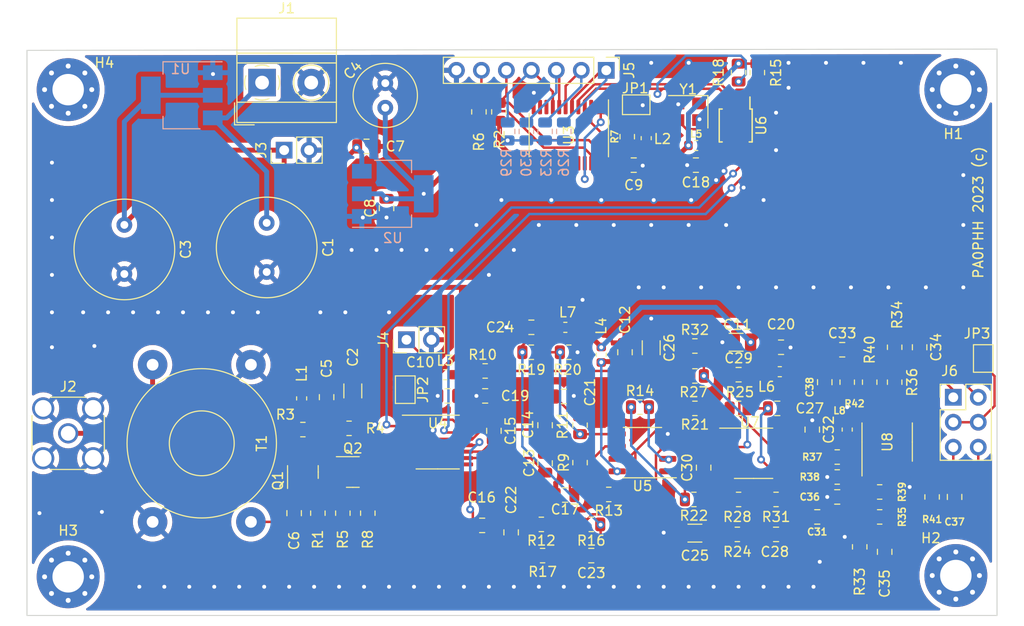
<source format=kicad_pcb>
(kicad_pcb (version 20221018) (generator pcbnew)
  (layers (0 "F.Cu" signal) (1 "In1.Cu" power) (2 "In2.Cu" signal) (31 "B.Cu" power) (34 "B.Paste" user) (35 "F.Paste" user) (36 "B.SilkS" user "B.Silkscreen") (37 "F.SilkS" user "F.Silkscreen") (38 "B.Mask" user) (39 "F.Mask" user) (44 "Edge.Cuts" user))
  (net 0 "")
  (net 1 "GND")
  (net 2 "Net-(C2-Pad2)")
  (net 3 "+5V")
  (net 4 "+3V3")
  (net 5 "Net-(C6-Pad1)")
  (net 6 "Net-(C6-Pad2)")
  (net 7 "+12V")
  (net 8 "Net-(C13-Pad1)")
  (net 9 "Net-(C13-Pad2)")
  (net 10 "Net-(C14-Pad1)")
  (net 11 "Net-(C14-Pad2)")
  (net 12 "Net-(C15-Pad1)")
  (net 13 "Net-(C15-Pad2)")
  (net 14 "Clock")
  (net 15 "+12C")
  (net 16 "Net-(C27-Pad2)")
  (net 17 "Net-(C28-Pad2)")
  (net 18 "Net-(C29-Pad2)")
  (net 19 "Net-(C30-Pad2)")
  (net 20 "Net-(C31-Pad2)")
  (net 21 "Net-(C32-Pad2)")
  (net 22 "Net-(C26-Pad2)")
  (net 23 "Net-(J2-Pad1)")
  (net 24 "SDA")
  (net 25 "SCL")
  (net 26 "RX-TX")
  (net 27 "Net-(Q1-Pad2)")
  (net 28 "Net-(Q1-Pad3)")
  (net 29 "Net-(Q2-Pad2)")
  (net 30 "Net-(R13-Pad2)")
  (net 31 "Net-(R11-Pad1)")
  (net 32 "Net-(C30-Pad1)")
  (net 33 "Net-(R13-Pad1)")
  (net 34 "Net-(R12-Pad1)")
  (net 35 "+12P")
  (net 36 "Net-(U6-Pad2)")
  (net 37 "Net-(U6-Pad3)")
  (net 38 "Net-(C33-Pad2)")
  (net 39 "Net-(J6-Pad3)")
  (net 40 "Net-(R10-Pad1)")
  (net 41 "Vbal")
  (net 46 "/I-")
  (net 47 "/Q-")
  (net 48 "/Q+")
  (net 49 "/I+")
  (net 50 "Clock1")
  (net 51 "Clock2")
  (net 52 "V3TCA")
  (net 53 "SDA2")
  (net 54 "SCL2")
  (net 55 "SDA3")
  (net 56 "SCL3")
  (net 57 "SDA1")
  (net 58 "SCL1")
  (net 69 "Net-(C10-Pad2)")
  (net 70 "Net-(C16-Pad1)")
  (net 71 "Net-(C16-Pad2)")
  (net 72 "Net-(C18-Pad2)")
  (net 73 "Net-(C23-Pad2)")
  (net 74 "Net-(C25-Pad2)")
  (net 75 "Net-(C29-Pad1)")
  (net 76 "Net-(C34-Pad1)")
  (net 77 "Net-(C35-Pad1)")
  (net 78 "Net-(C37-Pad2)")
  (net 79 "Net-(C38-Pad1)")
  (net 80 "Net-(R24-Pad2)")
  (net 81 "Net-(R14-Pad1)")
  (net 82 "Net-(R27-Pad2)")
  (net 83 "Net-(R35-Pad1)")
  (net 84 "Net-(R36-Pad1)")
  (net 85 "Net-(R39-Pad1)")
  (net 86 "Net-(R40-Pad1)")
  (net 87 "Net-(JP1-Pad1)")
  (footprint "Capacitor_SMD:C_0805_2012Metric" (layer "F.Cu") (at 118.491 108.966 -90)
    (fp_text reference "C37")
    (fp_text value "10u")
  )
  (footprint "Capacitor_SMD:C_0805_2012Metric" (layer "F.Cu") (at 51.308 110.617 90)
    (fp_text reference "C6")
    (fp_text value "100n")
  )
  (footprint "Resistor_SMD:R_0805_2012Metric" (layer "F.Cu") (at 75.438 94.234)
    (fp_text reference "R19")
    (fp_text value "10k")
  )
  (footprint "Capacitor_SMD:C_1206_3216Metric" (layer "F.Cu") (at 96.266 93.218 180)
    (fp_text reference "C11")
    (fp_text value "10u")
  )
  (footprint "Resistor_SMD:R_0805_2012Metric" (layer "F.Cu") (at 106.553 106.934 180)
    (fp_text reference "R38")
    (fp_text value "10k")
  )
  (footprint "Capacitor_SMD:C_1206_3216Metric" (layer "F.Cu") (at 57.277 98.171 -90)
    (fp_text reference "C2")
    (fp_text value "10u")
  )
  (footprint "Resistor_SMD:R_0805_2012Metric" (layer "F.Cu") (at 56.896 101.981)
    (fp_text reference "R4")
    (fp_text value "510")
  )
  (footprint "Resistor_SMD:R_0805_2012Metric" (layer "F.Cu") (at 76.581 114.935 180)
    (fp_text reference "R17")
    (fp_text value "10k")
  )
  (footprint "Capacitor_SMD:C_0805_2012Metric" (layer "F.Cu") (at 66.929 98.679)
    (fp_text reference "C10")
    (fp_text value "100n")
  )
  (footprint "Resistor_SMD:R_0805_2012Metric" (layer "F.Cu") (at 98.425 65.7625 -90)
    (fp_text reference "R15")
    (fp_text value "2k2")
  )
  (footprint "Capacitor_SMD:C_0805_2012Metric" (layer "F.Cu") (at 100.838 93.726 180)
    (fp_text reference "C20")
    (fp_text value "100n")
  )
  (footprint "Capacitor_SMD:C_0805_2012Metric" (layer "F.Cu") (at 96.52 96.52)
    (fp_text reference "C29")
    (fp_text value "68p")
  )
  (footprint "Package_SO:MSOP-10_3x3mm_P0.5mm" (layer "F.Cu") (at 96.224289 71.148887 -90)
    (fp_text reference "U6")
    (fp_text value "Si5351A-B-GT")
  )
  (footprint "Package_TO_SOT_SMD:SOT-23" (layer "F.Cu") (at 52.197 106.426 90)
    (fp_text reference "Q1")
    (fp_text value "2N3904_SOT23")
  )
  (footprint "MountingHole:MountingHole_3.2mm_M3_Pad_Via" (layer "F.Cu") (at 118.618 67.5)
    (fp_text reference "H1")
    (fp_text value "MountingHole_Pad")
  )
  (footprint "Capacitor_SMD:C_0805_2012Metric" (layer "F.Cu") (at 92.176497 75.184)
    (fp_text reference "C18")
    (fp_text value "100n")
  )
  (footprint "Inductor_SMD:L_0603_1608Metric" (layer "F.Cu") (at 100.711 96.2152 180)
    (fp_text reference "L6")
    (fp_text value "L")
  )
  (footprint "Capacitor_SMD:C_0805_2012Metric" (layer "F.Cu") (at 71.628 102.235 -90)
    (fp_text reference "C15")
    (fp_text value "1u")
  )
  (footprint "Jumper:SolderJumper-2_P1.3mm_Open_Pad1.0x1.5mm" (layer "F.Cu") (at 62.611 98.044 -90)
    (fp_text reference "JP2")
    (fp_text value "RX")
  )
  (footprint "Capacitor_SMD:C_0805_2012Metric" (layer "F.Cu") (at 78.74 98.74 180)
    (fp_text reference "C21")
    (fp_text value "10n")
  )
  (footprint "Capacitor_SMD:C_1206_3216Metric" (layer "F.Cu") (at 87.63 93.775 -90)
    (fp_text reference "C26")
    (fp_text value "10u")
  )
  (footprint "Capacitor_SMD:C_0805_2012Metric" (layer "F.Cu") (at 58.674 73.279 180)
    (fp_text reference "C7")
    (fp_text value "100n")
  )
  (footprint "Resistor_SMD:R_0805_2012Metric" (layer "F.Cu") (at 106.553 104.902)
    (fp_text reference "R37")
    (fp_text value "10k")
  )
  (footprint "Resistor_SMD:R_0805_2012Metric" (layer "F.Cu") (at 91.9715 109.22 180)
    (fp_text reference "R22")
    (fp_text value "5.1k")
  )
  (footprint "Resistor_SMD:R_0805_2012Metric" (layer "F.Cu") (at 108.839 114.046 90)
    (fp_text reference "R33")
    (fp_text value "100")
  )
  (footprint "Resistor_SMD:R_0805_2012Metric" (layer "F.Cu") (at 96.52 99.949 180)
    (fp_text reference "R25")
    (fp_text value "5.1k")
  )
  (footprint "Resistor_SMD:R_0805_2012Metric" (layer "F.Cu") (at 70.104 69.76338 90)
    (fp_text reference "R6")
    (fp_text value "2k2")
  )
  (footprint "Capacitor_SMD:C_0805_2012Metric" (layer "F.Cu") (at 81.534 114.935)
    (fp_text reference "C23")
    (fp_text value "100n")
  )
  (footprint "Inductor_SMD:L_0603_1608Metric" (layer "F.Cu") (at 107.569 102.108 -90)
    (fp_text reference "L8")
    (fp_text value "L")
  )
  (footprint "Resistor_SMD:R_0805_2012Metric" (layer "F.Cu") (at 83.312 108.712 180)
    (fp_text reference "R13")
    (fp_text value "2k")
  )
  (footprint "Inductor_SMD:L_0603_1608Metric" (layer "F.Cu") (at 82.55 94.488 -90)
    (fp_text reference "L4")
    (fp_text value "L")
  )
  (footprint "Inductor_SMD:L_0603_1608Metric" (layer "F.Cu") (at 78.895 91.7 180)
    (fp_text reference "L7")
    (fp_text value "L")
  )
  (footprint "Capacitor_SMD:C_0805_2012Metric" (layer "F.Cu") (at 76.835 105.537 -90)
    (fp_text reference "C13")
    (fp_text value "1u")
  )
  (footprint "Resistor_SMD:R_0805_2012Metric" (layer "F.Cu") (at 80.391 101.661 90)
    (fp_text reference "R11")
    (fp_text value "100")
  )
  (footprint "Connector_Coaxial:SMA_Amphenol_132134_Vertical" (layer "F.Cu") (at 28.321 102.489)
    (fp_text reference "J2")
    (fp_text value "Conn_Coaxial")
  )
  (footprint "Capacitor_SMD:C_0805_2012Metric" (layer "F.Cu") (at 105.283 97.282 90)
    (fp_text reference "C38")
    (fp_text value "10u")
  )
  (footprint "Resistor_SMD:R_0805_2012Metric" (layer "F.Cu") (at 100.33 109.22)
    (fp_text reference "R31")
    (fp_text value "5.1k")
  )
  (footprint "Capacitor_SMD:C_0805_2012Metric" (layer "F.Cu") (at 107.061 93.98)
    (fp_text reference "C33")
    (fp_text value "10u")
  )
  (footprint "Resistor_SMD:R_0805_2012Metric" (layer "F.Cu") (at 92.075 96.647)
    (fp_text reference "R27")
    (fp_text value "5.1k")
  )
  (footprint "Resistor_SMD:R_0805_2012Metric" (layer "F.Cu") (at 92.075 93.599)
    (fp_text reference "R32")
    (fp_text value "5.1k")
  )
  (footprint "Resistor_SMD:R_0805_2012Metric" (layer "F.Cu") (at 96.393 112.776)
    (fp_text reference "R24")
    (fp_text value "5.1k")
  )
  (footprint "Capacitor_SMD:C_0805_2012Metric" (layer "F.Cu") (at 78.867 108.773)
    (fp_text reference "C17")
    (fp_text value "10n")
  )
  (footprint "Inductor_SMD:L_0603_1608Metric" (layer "F.Cu") (at 52.07 98.933 -90)
    (fp_text reference "L1")
    (fp_text value "L")
  )
  (footprint "Capacitor_SMD:C_0805_2012Metric" (layer "F.Cu") (at 73.3806 112.5728 90)
    (fp_text reference "C22")
    (fp_text value "10n")
  )
  (footprint "Capacitor_THT:C_Radial_D6.3mm_H5.0mm_P2.50mm" (layer "F.Cu") (at 60.579 69.342 90)
    (fp_text reference "C4")
    (fp_text value "10u")
  )
  (footprint "MountingHole:MountingHole_3.2mm_M3_Pad_Via" (layer "F.Cu") (at 28.321 67.5)
    (fp_text reference "H4")
    (fp_text value "MountingHole_Pad")
  )
  (footprint "Package_SO:SO-8_3.9x4.9mm_P1.27mm" (layer "F.Cu") (at 111.633 103.378 90)
    (fp_text reference "U8")
    (fp_text value "MC33078")
  )
  (footprint "Resistor_SMD:R_0805_2012Metric" (layer "F.Cu") (at 112.395 97.282 90)
    (fp_text reference "R36")
    (fp_text value "5k1")
  )
  (footprint "Package_SO:TSSOP-16_4.4x5mm_P0.65mm" (layer "F.Cu") (at 65.913 103.378)
    (fp_text reference "U4")
    (fp_text value "SN74CBT3253")
  )
  (footprint "Inductor_SMD:L_0603_1608Metric" (layer "F.Cu") (at 87.122 72.4408 -90)
    (fp_text reference "L2")
    (fp_text value "L")
  )
  (footprint "Capacitor_SMD:C_0805_2012Metric" (layer "F.Cu") (at 85.852 75.184 180)
    (fp_text reference "C9")
    (fp_text value "100n")
  )
  (footprint "Resistor_SMD:R_0805_2012Metric" (layer "F.Cu") (at 107.569 97.282 -90)
    (fp_text reference "R42")
    (fp_text value "100")
  )
  (footprint "Jumper:SolderJumper-2_P1.3mm_Open_Pad1.0x1.5mm" (layer "F.Cu") (at 86.106 69.0372)
    (fp_text reference "JP1")
    (fp_text value "0")
  )
  (footprint "Resistor_SMD:R_0805_2012Metric" (layer "F.Cu") (at 110.871 110.998 180)
    (fp_text reference "R35")
    (fp_text value "5k1")
  )
  (footprint "Capacitor_THT:C_Radial_D10.0mm_H12.5mm_P5.00mm" (layer "F.Cu") (at 48.514 81.066 -90)
    (fp_text reference "C1")
    (fp_text value "10u")
  )
  (footprint "Resistor_SMD:R_0805_2012Metric" (layer "F.Cu") (at 52.197 102.108)
    (fp_text reference "R3")
    (fp_text value "390")
  )
  (footprint "Connector_PinHeader_2.54mm:PinHeader_1x07_P2.54mm_Vertical" (layer "F.Cu") (at 83.058 65.532 -90)
    (fp_text reference "J5")
    (fp_text value "I2C")
  )
  (footprint "Capacitor_SMD:C_0805_2012Metric" (layer "F.Cu") (at 111.379 114.554 90)
    (fp_text reference "C35")
    (fp_text value "10u")
  )
  (footprint "Capacitor_SMD:C_0805_2012Metric" (layer "F.Cu") (at 114.935 93.726 -90)
    (fp_text reference "C34")
    (fp_text value "10u")
  )
  (footprint "Resistor_SMD:R_0805_2012Metric" (layer "F.Cu") (at 76.454 111.76 180)
    (fp_text reference "R12")
    (fp_text value "100")
  )
  (footprint "Resistor_SMD:R_0805_2012Metric" (layer "F.Cu") (at 96.52 109.22 180)
    (fp_text reference "R28")
    (fp_text value "5.1k")
  )
  (footprint "Jumper:SolderJumper-2_P1.3mm_Open_Pad1.0x1.5mm" (layer "F.Cu") (at 121.412 94.869 90)
    (fp_text reference "JP3")
    (fp_text value "0")
  )
  (footprint "TerminalBlock_MetzConnect:TerminalBlock_MetzConnect_Type011_RT05502HBWC_1x02_P5.00mm_Horizontal" (layer "F.Cu") (at 48.046 66.782)
    (fp_text reference "J1")
    (fp_text value "Power")
  )
  (footprint "Resistor_SMD:R_0805_2012Metric" (layer "F.Cu") (at 56.261 110.617 90)
    (fp_text reference "R5")
    (fp_text value "68")
  )
  (footprint "Transformer_THT:Transformer_Toroid_Horizontal_D14.0mm_Amidon-T50" (layer "F.Cu") (at 36.91 95.505 -90)
    (fp_text reference "T1")
    (fp_text value "Transformer_1P_1S")
  )
  (footprint "Capacitor_THT:C_Radial_D10.0mm_H12.5mm_P5.00mm" (layer "F.Cu") (at 34.036 81.2692 -90)
    (fp_text reference "C3")
    (fp_text value "10u")
  )
  (footprint "Crystal:Crystal_SMD_3225-4Pin_3.2x2.5mm" (layer "F.Cu") (at 91.398291 69.751889 180)
    (fp_text reference "Y1")
    (fp_text value "25 Mhz")
  )
  (footprint "Capacitor_SMD:C_0805_2012Metric" (layer "F.Cu") (at 76.835 101.661 -90)
    (fp_text reference "C14")
    (fp_text value "1u")
  )
  (footprint "Capacitor_SMD:C_0805_2012Metric" (layer "F.Cu") (at 104.521 110.998)
    (fp_text reference "C31")
    (fp_text value "10u")
  )
  (footprint "Connector_PinHeader_2.54mm:PinHeader_2x03_P2.54mm_Vertical" (layer "F.Cu") (at 118.359 98.821)
    (fp_text reference "J6")
    (fp_text value "output")
  )
  (footprint "Capacitor_SMD:C_1206_3216Metric" (layer "F.Cu") (at 92.075 112.649)
    (fp_text reference "C25")
    (fp_text value "10u")
  )
  (footprint "Capacitor_SMD:C_0805_2012Metric" (layer "F.Cu") (at 70.4342 111.8616 180)
    (fp_text reference "C16")
    (fp_text value "1u")
  )
  (footprint "Package_SO:SO-8_3.9x4.9mm_P1.27mm" (layer "F.Cu") (at 98.044 104.521)
    (fp_text reference "U7")
    (fp_text value "MC33078")
  )
  (footprint "Resistor_SMD:R_0805_2012Metric" (layer "F.Cu") (at 70.739 96.139 180)
    (fp_text reference "R10")
    (fp_text value "100")
  )
  (footprint "Capacitor_SMD:C_0805_2012Metric" (layer "F.Cu") (at 84.963 94.234 -90)
    (fp_text reference "C12")
    (fp_text value "100n")
  )
  (footprint "Resistor_SMD:R_0805_2012Metric" (layer "F.Cu") (at 116.205 108.966 -90)
    (fp_text reference "R41")
    (fp_text value "100")
  )
  (footprint "Resistor_SMD:R_0805_2012Metric" (layer "F.Cu") (at 80.391 105.471 90)
    (fp_text reference "R9")
    (fp_text value "100")
  )
  (footprint "Resistor_SMD:R_0805_2012Metric" (layer "F.Cu") (at 92.075 99.949 180)
    (fp_text reference "R21")
    (fp_text value "5.1k")
  )
  (footprint "Inductor_SMD:L_0603_1608Metric" (layer "F.Cu") (at 66.675 96.52)
    (fp_text reference "L3")
    (fp_text value "L")
  )
  (footprint "Resistor_SMD:R_0805_2012Metric" (layer "F.Cu") (at 79.248 94.234)
    (fp_text reference "R20")
    (fp_text value "10k")
  )
  (footprint "Capacitor_SMD:C_0805_2012Metric" (layer "F.Cu") (at 60.706 79.563 90)
    (fp_text reference "C8")
    (fp_text value "100n")
  )
  (footprint "Resistor_SMD:R_0805_2012Metric" (layer "F.Cu") (at 112.395 93.726 -90)
    (fp_text reference "R34")
    (fp_text value "100")
  )
  (footprint "Capacitor_SMD:C_0805_2012Metric" (layer "F.Cu") (at 104.013 102.108 -90)
    (fp_text reference "C32")
    (fp_text value "100n")
  )
  (footprint "Resistor_SMD:R_0805_2012Metric" (layer "F.Cu") (at 85.1916 72.2884 -90)
    (fp_text reference "R7")
    (fp_text value "2k2")
  )
  (footprint "Resistor_SMD:R_0805_2012Metric" (layer "F.Cu") (at 86.487 99.822)
    (fp_text reference "R14")
    (fp_text value "2k")
  )
  (footprint "Capacitor_SMD:C_0805_2012Metric" (layer "F.Cu") (at 100.33 112.776 180)
    (fp_text reference "C28")
    (fp_text value "68p")
  )
  (footprint "Package_SO:SO-8_3.9x4.9mm_P1.27mm" (layer "F.Cu") (at 86.741 104.455 180)
    (fp_text reference "U5")
    (fp_text value "MC33078")
  )
  (footprint "Capacitor_SMD:C_0805_2012Metric" (layer "F.Cu") (at 54.61 98.806 -90)
    (fp_text reference "C5")
    (fp_text value "100n")
  )
  (footprint "Resistor_SMD:R_0805_2012Metric" (layer "F.Cu") (at 53.721 110.617 -90)
    (fp_text reference "R1")
    (fp_text value "5k6")
  )
  (footprint "Capacitor_SMD:C_0805_2012Metric" (layer "F.Cu") (at 106.553 108.966)
    (fp_text reference "C36")
    (fp_text value "100n")
  )
  (footprint "Package_SO:TSSOP-24_4.4x7.8mm_P0.65mm" (layer "F.Cu") (at 79.248 72.136 -90)
    (fp_text reference "U3")
    (fp_text value "TCA9548APWR")
  )
  (footprint "Resistor_SMD:R_0805_2012Metric" (layer "F.Cu") (at 96.52 65.7625 -90)
    (fp_text reference "R18")
    (fp_text value "2k2")
  )
  (footprint "Connector_PinHeader_2.54mm:PinHeader_1x02_P2.54mm_Vertical" (layer "F.Cu") (at 50.292 73.66 90)
    (fp_text reference "J3")
    (fp_text value "Power")
  )
  (footprint "Connector_PinHeader_2.54mm:PinHeader_1x02_P2.54mm_Vertical" (layer "F.Cu") (at 62.733 92.964 90)
    (fp_text reference "J4")
    (fp_text value "rxtx")
  )
  (footprint "Resistor_SMD:R_0805_2012Metric" (layer "F.Cu") (at 109.855 97.282 90)
    (fp_text reference "R40")
    (fp_text value "5.1k")
  )
  (footprint "Resistor_SMD:R_0805_2012Metric" (layer "F.Cu") (at 110.871 108.458)
    (fp_text reference "R39")
    (fp_text value "5.1k")
  )
  (footprint "Resistor_SMD:R_0805_2012Metric" (layer "F.Cu") (at 81.534 111.76 180)
    (fp_text reference "R16")
    (fp_text value "10k")
  )
  (footprint "Resistor_SMD:R_0805_2012Metric" (layer "F.Cu") (at 72.136 69.76338 90)
    (fp_text reference "R2")
    (fp_text value "2k2")
  )
  (footprint "Capacitor_SMD:C_0805_2012Metric" (layer "F.Cu") (at 70.739 98.679)
    (fp_text reference "C19")
    (fp_text value "10n")
  )
  (footprint "Capacitor_SMD:C_0805_2012Metric" (layer "F.Cu") (at 75.438 91.694)
    (fp_text reference "C24")
    (fp_text value "100n")
  )
  (footprint "MountingHole:MountingHole_3.2mm_M3_Pad_Via" (layer "F.Cu") (at 118.618 116.967)
    (fp_text reference "H2")
    (fp_text value "MountingHole_Pad")
  )
  (footprint "Resistor_SMD:R_0805_2012Metric" (layer "F.Cu") (at 58.801 110.617 90)
    (fp_text reference "R8")
    (fp_text value "200")
  )
  (footprint "Package_TO_SOT_SMD:SOT-23" (layer "F.Cu") (at 57.277 106.426)
    (fp_text reference "Q2")
    (fp_text value "2N3904_SOT23")
  )
  (footprint "Capacitor_SMD:C_0805_2012Metric" (layer "F.Cu") (at 92.964 105.984 90)
    (fp_text reference "C30")
    (fp_text value "68p")
  )
  (footprint "MountingHole:MountingHole_3.2mm_M3_Pad_Via" (layer "F.Cu") (at 28.321 117.094)
    (fp_text reference "H3")
    (fp_text value "MountingHole_Pad")
  )
  (footprint "Inductor_SMD:L_0603_1608Metric" (layer "F.Cu") (at 92.202 73.180891)
    (fp_text reference "L5")
    (fp_text value "L")
  )
  (footprint "Capacitor_SMD:C_0805_2012Metric" (layer "F.Cu") (at 100.457 99.949 180)
    (fp_text reference "C27")
    (fp_text value "68p")
  )
  (footprint "Package_TO_SOT_SMD:SOT-223-3_TabPin2" (layer "B.Cu") (at 61.341 78.105)
    (fp_text reference "U2")
    (fp_text value "LM1117-3.3")
  )
  (footprint "Resistor_SMD:R_0805_2012Metric" (layer "B.Cu") (at 73.025 71.755 90)
    (fp_text reference "R29")
    (fp_text value "2k2")
  )
  (footprint "Resistor_SMD:R_0805_2012Metric" (layer "B.Cu") (at 76.835 71.755 90)
    (fp_text reference "R23")
    (fp_text value "2k2")
  )
  (footprint "Resistor_SMD:R_0805_2012Metric" (layer "B.Cu") (at 78.74 71.755 90)
    (fp_text reference "R26")
    (fp_text value "2k2")
  )
  (footprint "Package_TO_SOT_SMD:SOT-223-3_TabPin2" (layer "B.Cu") (at 39.878 68.072 180)
    (fp_text reference "U1")
    (fp_text value "LM1117-5.0")
  )
  (footprint "Resistor_SMD:R_0805_2012Metric" (layer "B.Cu") (at 74.93 71.755 90)
    (fp_text reference "R30")
    (fp_text value "2k2")
  )
  (gr_line (start 24.13 121.031) (end 122.809 121.031) (stroke (width 0.1)) (layer "Edge.Cuts"))
  (gr_line (start 122.809 121.031) (end 122.809 63.373) (stroke (width 0.1)) (layer "Edge.Cuts"))
  (gr_line (start 122.809 63.373) (end 24.13 63.5) (stroke (width 0.1)) (layer "Edge.Cuts"))
  (gr_line (start 24.13 63.5) (end 24.13 121.031) (stroke (width 0.1)) (layer "Edge.Cuts"))
  (gr_text "PA0PHH 2023 (c)" (at 120.904 80.01 90) (layer "F.SilkS") (effects (font (size 1 1))))
  (segment (start 30.861 105.456) (end 30.861 105.029) (width 0.5) (layer "F.Cu") (net 1))
  (segment (start 92.202 106.045) (end 95.088 106.045) (width 0.25) (layer "F.Cu") (net 1))
  (segment (start 91.91448 105.75748) (end 92.202 106.045) (width 0.25) (layer "F.Cu") (net 1))
  (segment (start 72.898 91.694) (end 74.488 91.694) (width 0.25) (layer "F.Cu") (net 1))
  (segment (start 95.088 106.045) (end 95.469 106.426) (width 0.25) (layer "F.Cu") (net 1))
  (segment (start 89.316 102.55) (end 89.592072 102.55) (width 0.25) (layer "F.Cu") (net 1))
  (segment (start 89.592072 102.55) (end 91.91448 104.872408) (width 0.25) (layer "F.Cu") (net 1))
  (segment (start 30.988 105.156) (end 30.861 105.029) (width 0.5) (layer "F.Cu") (net 1))
  (segment (start 87.63 92.3) (end 87.63 90.805) (width 0.25) (layer "F.Cu") (net 1))
  (segment (start 90.6 112.649) (end 88.949 112.649) (width 0.25) (layer "F.Cu") (net 1))
  (segment (start 96.22429 74.324605) (end 96.224292 73.348887) (width 0.25) (layer "F.Cu") (net 1))
  (segment (start 75.692 69.2545) (end 75.673 69.2735) (width 0.25) (layer "F.Cu") (net 1))
  (segment (start 75.692 67.818) (end 75.692 69.2545) (width 0.25) (layer "F.Cu") (net 1))
  (segment (start 74.5255 91.7315) (end 74.488 91.694) (width 0.25) (layer "F.Cu") (net 1))
  (segment (start 94.996916 75.551979) (end 96.22429 74.324605) (width 0.25) (layer "F.Cu") (net 1))
  (segment (start 88.949 112.649) (end 88.9 112.6) (width 0.25) (layer "F.Cu") (net 1))
  (segment (start 91.91448 104.872408) (end 91.91448 105.75748) (width 0.25) (layer "F.Cu") (net 1))
  (segment (start 94.996916 75.784613) (end 94.996916 75.551979) (width 0.25) (layer "F.Cu") (net 1))
  (via (at 87.63 81.28) (size 0.8) (drill 0.4) (layers "F.Cu" "B.Cu") (net 1))
  (via (at 73.66 118.11) (size 0.8) (drill 0.4) (layers "F.Cu" "B.Cu") (net 1))
  (via (at 60.96 90.17) (size 0.8) (drill 0.4) (layers "F.Cu" "B.Cu") (net 1))
  (via (at 107.315 113.03) (size 0.8) (drill 0.4) (layers "F.Cu" "B.Cu") (net 1))
  (via (at 88.9 112.6) (size 0.8) (drill 0.4) (layers "F.Cu" "B.Cu") (net 1))
  (via (at 119.38 87.63) (size 0.8) (drill 0.4) (layers "F.Cu" "B.Cu") (net 1))
  (via (at 91.44 64.77) (size 0.8) (drill 0.4) (layers "F.Cu" "B.Cu") (net 1))
  (via (at 69.85 81.28) (size 0.8) (drill 0.4) (layers "F.Cu" "B.Cu") (net 1))
  (via (at 99.06 78.74) (size 0.8) (drill 0.4) (layers "F.Cu" "B.Cu") (net 1))
  (via (at 73.66 83.82) (size 0.8) (drill 0.4) (layers "F.Cu" "B.Cu") (net 1))
  (via (at 101.8032 93.7514) (size 0.8) (drill 0.4) (layers "F.Cu" "B.Cu") (net 1))
  (via (at 86.7664 75.2348) (size 0.8) (drill 0.4) (layers "F.Cu" "B.Cu") (net 1))
  (via (at 38.1 118.11) (size 0.8) (drill 0.4) (layers "F.Cu" "B.Cu") (net 1))
  (via (at 68.58 118.11) (size 0.8) (drill 0.4) (layers "F.Cu" "B.Cu") (net 1))
  (via (at 62.23 83.82) (size 0.8) (drill 0.4) (layers "F.Cu" "B.Cu") (net 1))
  (via (at 96.52 87.63) (size 0.8) (drill 0.4) (layers "F.Cu" "B.Cu") (net 1))
  (via (at 75.692 67.818) (size 0.8) (drill 0.4) (layers "F.Cu" "B.Cu") (net 1))
  (via (at 26.67 86.36) (size 0.8) (drill 0.4) (layers "F.Cu" "B.Cu") (net 1))
  (via (at 32.385 90.17) (size 0.8) (drill 0.4) (layers "F.Cu" "B.Cu") (net 1))
  (via (at 76.2 118.11) (size 0.8) (drill 0.4) (layers "F.Cu" "B.Cu") (net 1))
  (via (at 107.95 87.63) (size 0.8) (drill 0.4) (layers "F.Cu" "B.Cu") (net 1))
  (via (at 48.26 118.11) (size 0.8) (drill 0.4) (layers "F.Cu" "B.Cu") (net 1))
  (via (at 55.88 118.11) (size 0.8) (drill 0.4) (layers "F.Cu" "B.Cu") (net 1))
  (via (at 79.756 98.679) (size 0.8) (drill 0.4) (layers "F.Cu" "B.Cu") (net 1))
  (via (at 26.67 90.17) (size 0.8) (drill 0.4) (layers "F.Cu" "B.Cu") (net 1))
  (via (at 115.57 87.63) (size 0.8) (drill 0.4) (layers "F.Cu" "B.Cu") (net 1))
  (via (at 91.694 78.74) (size 0.8) (drill 0.4) (layers "F.Cu" "B.Cu") (net 1))
  (via (at 80.645 88.9) (size 0.8) (drill 0.4) (layers "F.Cu" "B.Cu") (net 1))
  (via (at 59.5122 101.6) (size 0.8) (drill 0.4) (layers "F.Cu" "B.Cu") (net 1))
  (via (at 45.085 90.17) (size 0.8) (drill 0.4) (layers "F.Cu" "B.Cu") (net 1))
  (via (at 64.77 83.82) (size 0.8) (drill 0.4) (layers "F.Cu" "B.Cu") (net 1))
  (via (at 59.69 83.82) (size 0.8) (drill 0.4) (layers "F.Cu" "B.Cu") (net 1))
  (via (at 42.545 90.17) (size 0.8) (drill 0.4) (layers "F.Cu" "B.Cu") (net 1))
  (via (at 65.405 102.1842) (size 0.8) (drill 0.4) (layers "F.Cu" "B.Cu") (net 1))
  (via (at 86.7664 69.088) (size 0.8) (drill 0.4) (layers "F.Cu" "B.Cu") (net 1))
  (via (at 31.75 110.49) (size 0.8) (drill 0.4) (layers "F.Cu" "B.Cu") (net 1))
  (via (at 113.03 64.77) (size 0.8) (drill 0.4) (layers "F.Cu" "B.Cu") (net 1))
  (via (at 105.537 108.966) (size 0.8) (drill 0.4) (layers "F.Cu" "B.Cu") (net 1))
  (via (at 65.913 98.679) (size 0.8) (drill 0.4) (layers "F.Cu" "B.Cu") (net 1))
  (via (at 50.8 118.11) (size 0.8) (drill 0.4) (layers "F.Cu" "B.Cu") (net 1))
  (via (at 92.71 87.63) (size 0.8) (drill 0.4) (layers "F.Cu" "B.Cu") (net 1))
  (via (at 91.287499 75.184) (size 0.8) (drill 0.4) (layers "F.Cu" "B.Cu") (net 1))
  (via (at 111.76 87.63) (size 0.8) (drill 0.4) (layers "F.Cu" "B.Cu") (net 1))
  (via (at 104.013 101.158) (size 0.8) (drill 0.4) (layers "F.Cu" "B.Cu") (net 1))
  (via (at 72.898 91.694) (size 0.8) (drill 0.4) (layers "F.Cu" "B.Cu") (net 1))
  (via (at 40.005 90.17) (size 0.8) (drill 0.4) (layers "F.Cu" "B.Cu") (net 1))
  (via (at 66.04 118.11) (size 0.8) (drill 0.4) (layers "F.Cu" "B.Cu") (net 1))
  (via (at 77.47 78.74) (size 0.8) (drill 0.4) (layers "F.Cu" "B.Cu") (net 1))
  (via (at 89.316 102.55) (size 0.8) (drill 0.4) (layers "F.Cu" "B.Cu") (net 1))
  (via (at 40.64 118.11) (size 0.8) (drill 0.4) (layers "F.Cu" "B.Cu") (net 1))
  (via (at 101.6 118.11) (size 0.8) (drill 0.4) (layers "F.Cu" "B.Cu") (net 1))
  (via (at 80.137 94.234) (size 0.8) (drill 0.4) (layers "F.Cu" "B.Cu") (net 1))
  (via (at 78.74 118.11) (size 0.8) (drill 0.4) (layers "F.Cu" "B.Cu") (net 1))
  (via (at 26.67 78.74) (size 0.8) (drill 0.4) (layers "F.Cu" "B.Cu") (net 1))
  (via (at 96.52 118.11) (size 0.8) (drill 0.4) (layers "F.Cu" "B.Cu") (net 1))
  (via (at 87.63 90.805) (size 0.8) (drill 0.4) (layers "F.Cu" "B.Cu") (net 1))
  (via (at 45.72 118.11) (size 0.8) (drill 0.4) (layers "F.Cu" "B.Cu") (net 1))
  (via (at 100.33 73.66) (size 0.8) (drill 0.4) (layers "F.Cu" "B.Cu") (net 1))
  (via (at 26.67 82.55) (size 0.8) (drill 0.4) (layers "F.Cu" "B.Cu") (net 1))
  (via (at 81.28 118.11) (size 0.8) (drill 0.4) (layers "F.Cu" "B.Cu") (net 1))
  (via (at 92.54129 70.513888) (size 0.8) (drill 0.4) (layers "F.Cu" "B.Cu") (net 1))
  (via (at 26.67 74.93) (size 0.8) (drill 0.4) (layers "F.Cu" "B.Cu") (net 1))
  (via (at 119.38 81.28) (size 0.8) (drill 0.4) (layers "F.Cu" "B.Cu") (net 1))
  (via (at 71.12 118.11) (size 0.8) (drill 0.4) (layers "F.Cu" "B.Cu") (net 1))
  (via (at 37.465 90.17) (size 0.8) (drill 0.4) (layers "F.Cu" "B.Cu") (net 1))
  (via (at 83.82 81.28) (size 0.8) (drill 0.4) (layers "F.Cu" "B.Cu") (net 1))
  (via (at 86.36 118.11) (size 0.8) (drill 0.4) (layers "F.Cu" "B.Cu") (net 1))
  (via (at 91.44 81.28) (size 0.8) (drill 0.4) (layers "F.Cu" "B.Cu") (net 1))
  (via (at 100.33 69.85) (size 0.8) (drill 0.4) (layers "F.Cu" "B.Cu") (net 1))
  (via (at 47.625 90.17) (size 0.8) (drill 0.4) (layers "F.Cu" "B.Cu") (net 1))
  (via (at 29.845 90.17) (size 0.8) (drill 0.4) (layers "F.Cu" "B.Cu") (net 1))
  (via (at 109.22 64.77) (size 0.8) (drill 0.4) (layers "F.Cu" "B.Cu") (net 1))
  (via (at 72.39 78.74) (size 0.8) (drill 0.4) (layers "F.Cu" "B.Cu") (net 1))
  (via (at 86.36 87.63) (size 0.8) (drill 0.4) (layers "F.Cu" "B.Cu") (net 1))
  (via (at 105.41 64.77) (size 0.8) (drill 0.4) (layers "F.Cu" "B.Cu") (net 1))
  (via (at 88.9 87.63) (size 0.8) (drill 0.4) (layers "F.Cu" "B.Cu") (net 1))
  (via (at 90.382291 68.989889) (size 0.8) (drill 0.4) (layers "F.Cu" "B.Cu") (net 1))
  (via (at 60.96 118.11) (size 0.8) (drill 0.4) (layers "F.Cu" "B.Cu") (net 1))
  (via (at 56.515 90.17) (size 0.8) (drill 0.4) (layers "F.Cu" "B.Cu") (net 1))
  (via (at 34.925 90.17) (size 0.8) (drill 0.4) (layers "F.Cu" "B.Cu") (net 1))
  (via (at 101.6 67.31) (size 0.8) (drill 0.4) (layers "F.Cu" "B.Cu") (net 1))
  (via (at 87.63 64.77) (size 0.8) (drill 0.4) (layers "F.Cu" "B.Cu") (net 1))
  (via (at 80.01 81.28) (size 0.8) (drill 0.4) (layers "F.Cu" "B.Cu") (net 1))
  (via (at 88.9 118.11) (size 0.8) (drill 0.4) (layers "F.Cu" "B.Cu") (net 1))
  (via (at 94.234 76.708) (size 0.8) (drill 0.4) (layers "F.Cu" "B.Cu") (net 1))
  (via (at 94.869 93.218) (size 0.8) (drill 0.4) (layers "F.Cu" "B.Cu") (net 1))
  (via (at 35.56 118.11) (size 0.8) (drill 0.4) (layers "F.Cu" "B.Cu") (net 1))
  (via (at 107.569 99.822) (size 0.8) (drill 0.4) (layers "F.Cu" "B.Cu") (net 1))
  (via (at 97.028 77.47) (size 0.8) (drill 0.4) (layers "F.Cu" "B.Cu") (net 1))
  (via (at 69.85 98.679) (size 0.8) (drill 0.4) (layers "F.Cu" "B.Cu") (net 1))
  (via (at 101.6 64.77) (size 0.8) (drill 0.4) (layers "F.Cu" "B.Cu") (net 1))
  (via (at 91.44 118.11) (size 0.8) (drill 0.4) (layers "F.Cu" "B.Cu") (net 1))
  (via (at 105.537 106.934) (size 0.8) (drill 0.4) (layers "F.Cu" "B.Cu") (net 1))
  (via (at 58.293 80.518) (size 0.8) (drill 0.4) (layers "F.Cu" "B.Cu") (net 1))
  (via (at 60.706 80.518) (size 0.8) (drill 0.4) (layers "F.Cu" "B.Cu") (net 1))
  (via (at 53.975 90.17) (size 0.8) (drill 0.4) (layers "F.Cu" "B.Cu") (net 1))
  (via (at 87.884 78.74) (size 0.8) (drill 0.4) (layers "F.Cu" "B.Cu") (net 1))
  (via (at 67.31 83.82) (size 0.8) (drill 0.4) (layers "F.Cu" "B.Cu") (net 1))
  (via (at 30.988 93.599) (size 0.8) (drill 0.4) (layers "F.Cu" "B.Cu") (net 1))
  (via (at 76.2 81.28) (size 0.8) (drill 0.4) (layers "F.Cu" "B.Cu") (net 1))
  (via (at 25.4 110.617) (size 0.8) (drill 0.4) (layers "F.Cu" "B.Cu") (net 1))
  (via (at 100.33 87.63) (size 0.8) (drill 0.4) (layers "F.Cu" "B.Cu") (net 1))
  (via (at 104.775 115.57) (size 0.8) (drill 0.4) (layers "F.Cu" "B.Cu") (net 1))
  (via (at 26.67 93.726) (size 0.8) (drill 0.4) (layers "F.Cu" "B.Cu") (net 1))
  (via (at 63.5 118.11) (size 0.8) (drill 0.4) (layers "F.Cu" "B.Cu") (net 1))
  (via (at 57.15 83.82) (size 0.8) (drill 0.4) (layers "F.Cu" "B.Cu") (net 1))
  (via (at 104.14 87.63) (size 0.8) (drill 0.4) (layers "F.Cu" "B.Cu") (net 1))
  (via (at 95.25 81.28) (size 0.8) (drill 0.4) (layers "F.Cu" "B.Cu") (net 1))
  (via (at 119.38 76.2) (size 0.8) (drill 0.4) (layers "F.Cu" "B.Cu") (net 1))
  (via (at 113.919 107.95) (size 0.8) (drill 0.4) (layers "F.Cu" "B.Cu") (net 1))
  (via (at 58.42 118.11) (size 0.8) (drill 0.4) (layers "F.Cu" "B.Cu") (net 1))
  (via (at 43.053 65.913) (size 0.8) (drill 0.4) (layers "F.Cu" "B.Cu") (net 1))
  (via (at 53.34 118.11) (size 0.8) (drill 0.4) (layers "F.Cu" "B.Cu") (net 1))
  (via (at 99.06 118.11) (size 0.8) (drill 0.4) (layers "F.Cu" "B.Cu") (net 1))
  (via (at 71.12 86.36) (size 0.8) (drill 0.4) (layers "F.Cu" "B.Cu") (net 1))
  (via (at 43.18 118.11) (size 0.8) (drill 0.4) (layers "F.Cu" "B.Cu") (net 1))
  (via (at 94.996916 75.784613) (size 0.8) (drill 0.4) (layers "F.Cu" "B.Cu") (net 1))
  (via (at 83.82 118.11) (size 0.8) (drill 0.4) (layers "F.Cu" "B.Cu") (net 1))
  (via (at 93.98 118.11) (size 0.8) (drill 0.4) (layers "F.Cu" "B.Cu") (net 1))
  (via (at 82.55 78.74) (size 0.8) (drill 0.4) (layers "F.Cu" "B.Cu") (net 1))
  (via (at 104.14 118.11) (size 0.8) (drill 0.4) (layers "F.Cu" "B.Cu") (net 1))
  (segment (start 57.277 99.646) (end 52.1445 99.646) (width 0.25) (layer "F.Cu") (net 2))
  (segment (start 58.2145 106.426) (end 58.2145 102.387) (width 0.25) (layer "F.Cu") (net 2))
  (segment (start 58.2145 102.387) (end 57.8085 101.981) (width 0.25) (layer "F.Cu") (net 2))
  (segment (start 57.8085 101.981) (end 57.8085 100.1775) (width 0.25) (layer "F.Cu") (net 2))
  (segment (start 57.8085 100.1775) (end 57.277 99.646) (width 0.25) (layer "F.Cu") (net 2))
  (segment (start 52.1445 99.646) (end 52.07 99.7205) (width 0.25) (layer "F.Cu") (net 2))
  (segment (start 68.326 94.0815) (end 68.326 87.63) (width 0.5) (layer "F.Cu") (net 3))
  (segment (start 102.327949 92.551) (end 102.8192 93.042251) (width 0.5) (layer "F.Cu") (net 3))
  (segment (start 52.07 77.47) (end 52.07 87.63) (width 0.5) (layer "F.Cu") (net 3))
  (segment (start 102.8192 94.8945) (end 101.4985 96.2152) (width 0.5) (layer "F.Cu") (net 3))
  (segment (start 75.6125 87.63) (end 68.326 87.63) (width 0.5) (layer "F.Cu") (net 3))
  (segment (start 34.036 81.1784) (end 41.5544 73.66) (width 0.5) (layer "F.Cu") (net 3))
  (segment (start 102.8192 93.042251) (end 102.8192 94.8945) (width 0.5) (layer "F.Cu") (net 3))
  (segment (start 68.326 87.63) (end 53.34 87.63) (width 0.5) (layer "F.Cu") (net 3))
  (segment (start 101.4985 96.2152) (end 101.4985 96.6979) (width 0.5) (layer "F.Cu") (net 3))
  (segment (start 34.036 81.2692) (end 34.036 81.1784) (width 0.5) (layer "F.Cu") (net 3))
  (segment (start 41.5544 73.66) (end 50.292 73.66) (width 0.5) (layer "F.Cu") (net 3))
  (segment (start 106.1211 101.3205) (end 107.569 101.3205) (width 0.5) (layer "F.Cu") (net 3))
  (segment (start 50.292 75.692) (end 50.292 73.66) (width 0.5) (layer "F.Cu") (net 3))
  (segment (start 65.8875 96.52) (end 68.326 94.0815) (width 0.5) (layer "F.Cu") (net 3))
  (segment (start 51.816 77.216) (end 52.07 77.47) (width 0.5) (layer "F.Cu") (net 3))
  (segment (start 52.07 87.63) (end 52.07 98.1455) (width 0.5) (layer "F.Cu") (net 3))
  (segment (start 51.816 77.216) (end 50.292 75.692) (width 0.5) (layer "F.Cu") (net 3))
  (segment (start 80.5495 91.7) (end 82.55 93.7005) (width 0.5) (layer "F.Cu") (net 3))
  (segment (start 79.6825 91.7) (end 75.6125 87.63) (width 0.5) (layer "F.Cu") (net 3))
  (segment (start 98.408 92.551) (end 102.327949 92.551) (width 0.5) (layer "F.Cu") (net 3))
  (segment (start 51.816 77.216) (end 53.848 77.216) (width 0.5) (layer "F.Cu") (net 3))
  (segment (start 101.4985 96.6979) (end 106.1211 101.3205) (width 0.5) (layer "F.Cu") (net 3))
  (segment (start 79.6825 91.7) (end 80.5495 91.7) (width 0.5) (layer "F.Cu") (net 3))
  (segment (start 53.848 77.216) (end 57.658 73.406) (width 0.5) (layer "F.Cu") (net 3))
  (segment (start 53.34 87.63) (end 52.07 87.63) (width 0.5) (layer "F.Cu") (net 3))
  (segment (start 97.741 93.218) (end 98.408 92.551) (width 0.5) (layer "F.Cu") (net 3))
  (via (at 97.741 93.218) (size 0.8) (drill 0.4) (layers "F.Cu" "B.Cu") (net 3))
  (via (at 57.658 73.406) (size 0.8) (drill 0.4) (layers "F.Cu" "B.Cu") (net 3))
  (via (at 82.55 93.726) (size 0.8) (drill 0.4) (layers "F.Cu" "B.Cu") (net 3))
  (segment (start 34.036 81.2692) (end 34.036 70.764) (width 0.5) (layer "B.Cu") (net 3))
  (segment (start 34.036 70.764) (end 36.728 68.072) (width 0.5) (layer "B.Cu") (net 3))
  (segment (start 86.614 89.662) (end 94.185 89.662) (width 0.5) (layer "B.Cu") (net 3))
  (segment (start 36.728 68.072) (end 43.028 68.072) (width 0.5) (layer "B.Cu") (net 3))
  (segment (start 94.185 89.662) (end 97.741 93.218) (width 0.5) (layer "B.Cu") (net 3))
  (segment (start 58.191 75.805) (end 58.191 73.939) (width 0.5) (layer "B.Cu") (net 3))
  (segment (start 82.55 93.726) (end 86.614 89.662) (width 0.5) (layer "B.Cu") (net 3))
  (segment (start 58.191 73.939) (end 57.658 73.406) (width 0.5) (layer "B.Cu") (net 3))
  (segment (start 89.868591 74.7268) (end 91.4145 73.180891) (width 0.5) (layer "F.Cu") (net 4))
  (segment (start 72.136 72.976817) (end 76.933983 77.7748) (width 0.5) (layer "F.Cu") (net 4))
  (segment (start 70.172017 70.67588) (end 72.204017 70.67588) (width 0.5) (layer "F.Cu") (net 4))
  (segment (start 76.933983 77.7748) (end 87.2744 77.7748) (width 0.5) (layer "F.Cu") (net 4))
  (segment (start 96.52 64.85) (end 98.425 64.85) (width 0.25) (layer "F.Cu") (net 4))
  (segment (start 70.172017 72.492) (end 70.172017 70.67588) (width 0.5) (layer "F.Cu") (net 4))
  (segment (start 72.204017 70.67588) (end 72.204017 72.976817) (width 0.5) (layer "F.Cu") (net 4))
  (segment (start 64.491 78.105) (end 70.104 72.492) (width 0.5) (layer "F.Cu") (net 4))
  (segment (start 72.513334 72.6675) (end 72.204017 72.976817) (width 0.25) (layer "F.Cu") (net 4))
  (segment (start 88.1888 76.8604) (end 88.1888 74.7268) (width 0.5) (layer "F.Cu") (net 4))
  (segment (start 88.1888 74.7268) (end 89.868591 74.7268) (width 0.5) (layer "F.Cu") (net 4))
  (segment (start 73.025 72.6675) (end 72.513334 72.6675) (width 0.25) (layer "F.Cu") (net 4))
  (segment (start 88.1888 72.7201) (end 87.122 71.6533) (width 0.5) (layer "F.Cu") (net 4))
  (segment (start 87.2744 77.7748) (end 88.1888 76.8604) (width 0.5) (layer "F.Cu") (net 4))
  (segment (start 88.1888 74.7268) (end 88.1888 72.7201) (width 0.5) (layer "F.Cu") (net 4))
  (segment (start 91.325718 73.180891) (end 91.4145 73.180891) (width 0.5) (layer "F.Cu") (net 4))
  (via (at 73.025 72.6675) (size 0.8) (drill 0.4) (layers "F.Cu" "B.Cu") (net 4))
  (via (at 60.706 78.613) (size 0.8) (drill 0.4) (layers "F.Cu" "B.Cu") (net 4))
  (via (at 96.52 64.85) (size 0.8) (drill 0.4) (layers "F.Cu" "B.Cu") (net 4))
  (via (at 64.491 78.105) (size 0.8) (drill 0.4) (layers "F.Cu" "B.Cu") (net 4))
  (via (at 91.4145 73.180891) (size 0.8) (drill 0.4) (layers "F.Cu" "B.Cu") (net 4))
  (segment (start 63.983 78.613) (end 60.706 78.613) (width 0.5) (layer "B.Cu") (net 4))
  (segment (start 91.4145 69.9555) (end 96.52 64.85) (width 0.5) (layer "B.Cu") (net 4))
  (segment (start 60.198 78.105) (end 60.706 78.613) (width 0.5) (layer "B.Cu") (net 4))
  (segment (start 60.579 74.193) (end 64.491 78.105) (width 0.5) (layer "B.Cu") (net 4))
  (segment (start 64.491 78.105) (end 63.983 78.613) (width 0.5) (layer "B.Cu") (net 4))
  (segment (start 58.191 78.105) (end 60.198 78.105) (width 0.5) (layer "B.Cu") (net 4))
  (segment (start 91.4145 73.180891) (end 91.4145 69.9555) (width 0.5) (layer "B.Cu") (net 4))
  (segment (start 60.579 69.342) (end 60.579 74.193) (width 0.5) (layer "B.Cu") (net 4))
  (segment (start 73.025 72.6675) (end 78.74 72.6675) (width 0.25) (layer "B.Cu") (net 4))
  (segment (start 51.246 111.505) (end 51.308 111.567) (width 0.25) (layer "F.Cu") (net 5))
  (segment (start 46.91 111.505) (end 51.246 111.505) (width 0.25) (layer "F.Cu") (net 5))
  (segment (start 53.6835 109.667) (end 53.721 109.7045) (width 0.25) (layer "F.Cu") (net 6))
  (segment (start 51.247 107.3635) (end 51.247 102.1455) (width 0.25) (layer "F.Cu") (net 6))
  (segment (start 51.247 102.1455) (end 51.2845 102.108) (width 0.25) (layer "F.Cu") (net 6))
  (segment (start 51.308 107.4245) (end 51.247 107.3635) (width 0.25) (layer "F.Cu") (net 6))
  (segment (start 51.308 109.667) (end 51.308 107.4245) (width 0.25) (layer "F.Cu") (net 6))
  (segment (start 51.308 109.667) (end 53.6835 109.667) (width 0.25) (layer "F.Cu") (net 6))
  (segment (start 48.514 81.193) (end 48.514 75.858) (width 0.5) (layer "B.Cu") (net 7))
  (segment (start 44.456 70.372) (end 48.046 66.782) (width 0.5) (layer "B.Cu") (net 7))
  (segment (start 43.028 70.372) (end 44.456 70.372) (width 0.5) (layer "B.Cu") (net 7))
  (segment (start 48.514 75.858) (end 43.028 70.372) (width 0.5) (layer "B.Cu") (net 7))
  (segment (start 80.3625 104.587) (end 80.391 104.5585) (width 0.25) (layer "F.Cu") (net 8))
  (segment (start 79.36648 105.58302) (end 80.391 104.5585) (width 0.25) (layer "F.Cu") (net 8))
  (segment (start 76.835 104.587) (end 80.3625 104.587) (width 0.25) (layer "F.Cu") (net 8))
  (segment (start 79.36648 108.32248) (end 79.36648 105.58302) (width 0.25) (layer "F.Cu") (net 8))
  (segment (start 79.817 108.773) (end 79.36648 108.32248) (width 0.25) (layer "F.Cu") (net 8))
  (segment (start 64.524696 105.003) (end 63.874696 104.353) (width 0.25) (layer "F.Cu") (net 9))
  (segment (start 68.7755 105.003) (end 64.524696 105.003) (width 0.25) (layer "F.Cu") (net 9))
  (segment (start 63.874696 104.353) (end 63.0505 104.353) (width 0.25) (layer "F.Cu") (net 9))
  (segment (start 68.7755 105.003) (end 75.351 105.003) (width 0.25) (layer "F.Cu") (net 9))
  (segment (start 75.351 105.003) (end 76.835 106.487) (width 0.25) (layer "F.Cu") (net 9))
  (segment (start 79.7985 100.7485) (end 80.391 100.7485) (width 0.25) (layer "F.Cu") (net 10))
  (segment (start 77.79 98.74) (end 79.7985 100.7485) (width 0.25) (layer "F.Cu") (net 10))
  (segment (start 76.835 99.695) (end 77.79 98.74) (width 0.25) (layer "F.Cu") (net 10))
  (segment (start 76.835 100.711) (end 76.835 99.695) (width 0.25) (layer "F.Cu") (net 10))
  (segment (start 64.48185 103.053) (end 63.83185 102.403) (width 0.25) (layer "F.Cu") (net 11))
  (segment (start 63.83185 102.403) (end 63.0505 102.403) (width 0.25) (layer "F.Cu") (net 11))
  (segment (start 70.406841 102.10952) (end 69.463361 103.053) (width 0.25) (layer "F.Cu") (net 11))
  (segment (start 76.33352 102.10952) (end 70.406841 102.10952) (width 0.25) (layer "F.Cu") (net 11))
  (segment (start 69.463361 103.053) (end 68.7755 103.053) (width 0.25) (layer "F.Cu") (net 11))
  (segment (start 68.7755 103.053) (end 64.48185 103.053) (width 0.25) (layer "F.Cu") (net 11))
  (segment (start 76.835 102.611) (end 76.33352 102.10952) (width 0.25) (layer "F.Cu") (net 11))
  (segment (start 71.628 101.285) (end 71.628 98.74) (width 0.25) (layer "F.Cu") (net 12))
  (segment (start 71.628 98.74) (end 71.689 98.679) (width 0.25) (layer "F.Cu") (net 12))
  (segment (start 71.689 98.679) (end 71.689 98.0015) (width 0.25) (layer "F.Cu") (net 12))
  (segment (start 71.689 98.0015) (end 69.8265 96.139) (width 0.25) (layer "F.Cu") (net 12))
  (segment (start 64.510414 104.353) (end 63.860414 103.703) (width 0.25) (layer "F.Cu") (net 13))
  (segment (start 68.7755 104.353) (end 64.510414 104.353) (width 0.25) (layer "F.Cu") (net 13))
  (segment (start 70.46 104.353) (end 71.628 103.185) (width 0.25) (layer "F.Cu") (net 13))
  (segment (start 63.860414 103.703) (end 63.0505 103.703) (width 0.25) (layer "F.Cu") (net 13))
  (segment (start 68.7755 104.353) (end 70.46 104.353) (width 0.25) (layer "F.Cu") (net 13))
  (segment (start 97.224289 73.348887) (end 97.224289 76.105311) (width 0.25) (layer "F.Cu") (net 14))
  (segment (start 68.7755 102.403) (end 66.7668 102.403) (width 0.25) (layer "F.Cu") (net 14))
  (segment (start 97.224289 76.105311) (end 95.8088 77.5208) (width 0.25) (layer "F.Cu") (net 14))
  (segment (start 66.7668 102.403) (end 66.548 102.1842) (width 0.25) (layer "F.Cu") (net 14))
  (via (at 95.8088 77.5208) (size 0.8) (drill 0.4) (layers "F.Cu" "B.Cu") (net 14))
  (via (at 66.548 102.1842) (size 0.8) (drill 0.4) (layers "F.Cu" "B.Cu") (net 14))
  (segment (start 75.2348 80.1624) (end 67.0052 88.392) (width 0.25) (layer "B.Cu") (net 14))
  (segment (start 93.1672 80.1624) (end 75.2348 80.1624) (width 0.25) (layer "B.Cu") (net 14))
  (segment (start 95.8088 77.5208) (end 93.1672 80.1624) (width 0.25) (layer "B.Cu") (net 14))
  (segment (start 67.0052 88.392) (end 67.0052 101.727) (width 0.25) (layer "B.Cu") (net 14))
  (segment (start 67.0052 101.727) (end 66.548 102.1842) (width 0.25) (layer "B.Cu") (net 14))
  (segment (start 82.616 95.184) (end 82.55 95.25) (width 0.25) (layer "F.Cu") (net 15))
  (segment (start 82.6415 95.184) (end 82.55 95.2755) (width 0.5) (layer "F.Cu") (net 15))
  (segment (start 82.55 95.2755) (end 82.55 95.25) (width 0.25) (layer "F.Cu") (net 15))
  (segment (start 84.963 95.184) (end 82.6415 95.184) (width 0.5) (layer "F.Cu") (net 15))
  (via (at 84.166 106.36) (size 0.8) (drill 0.4) (layers "F.Cu" "B.Cu") (net 15))
  (via (at 82.55 95.25) (size 0.8) (drill 0.4) (layers "F.Cu" "B.Cu") (net 15))
  (segment (start 82.55 104.744) (end 84.166 106.36) (width 0.25) (layer "B.Cu") (net 15))
  (segment (start 82.55 95.25) (end 82.55 104.744) (width 0.25) (layer "B.Cu") (net 15))
  (segment (start 100.076 106.426) (end 98.806 105.156) (width 0.25) (layer "F.Cu") (net 16))
  (segment (start 97.4325 99.949) (end 99.507 99.949) (width 0.25) (layer "F.Cu") (net 16))
  (segment (start 100.619 106.426) (end 100.076 106.426) (width 0.25) (layer "F.Cu") (net 16))
  (via (at 98.806 105.156) (size 0.8) (drill 0.4) (layers "F.Cu" "B.Cu") (net 16))
  (via (at 99.507 99.949) (size 0.8) (drill 0.4) (layers "F.Cu" "B.Cu") (net 16))
  (segment (start 98.806 105.156) (end 98.806 100.65) (width 0.25) (layer "B.Cu") (net 16))
  (segment (start 98.806 100.65) (end 99.507 99.949) (width 0.25) (layer "B.Cu") (net 16))
  (segment (start 98.35548 113.80052) (end 96.805027 113.80052) (width 0.25) (layer "F.Cu") (net 17))
  (segment (start 97.4325 106.0685) (end 97.4325 109.22) (width 0.25) (layer "F.Cu") (net 17))
  (segment (start 96.46848 110.18402) (end 97.4325 109.22) (width 0.25) (layer "F.Cu") (net 17))
  (segment (start 99.38 112.776) (end 98.35548 113.80052) (width 0.25) (layer "F.Cu") (net 17))
  (segment (start 96.805027 113.80052) (end 96.46848 113.463973) (width 0.25) (layer "F.Cu") (net 17))
  (segment (start 96.46848 113.463973) (end 96.46848 110.18402) (width 0.25) (layer "F.Cu") (net 17))
  (segment (start 96.52 105.156) (end 97.4325 106.0685) (width 0.25) (layer "F.Cu") (net 17))
  (segment (start 95.469 105.156) (end 96.52 105.156) (width 0.25) (layer "F.Cu") (net 17))
  (segment (start 97.47 96.52) (end 96.59548 97.39452) (width 0.25) (layer "F.Cu") (net 18))
  (segment (start 96.59548 100.636973) (end 99.844507 103.886) (width 0.25) (layer "F.Cu") (net 18))
  (segment (start 100.44202 110.24452) (end 102.81752 110.24452) (width 0.25) (layer "F.Cu") (net 18))
  (segment (start 99.4175 109.22) (end 100.44202 110.24452) (width 0.25) (layer "F.Cu") (net 18))
  (segment (start 99.844507 103.886) (end 100.619 103.886) (width 0.25) (layer "F.Cu") (net 18))
  (segment (start 100.619 103.886) (end 101.093396 103.886) (width 0.25) (layer "F.Cu") (net 18))
  (segment (start 103.571 106.363604) (end 103.571 110.998) (width 0.25) (layer "F.Cu") (net 18))
  (segment (start 102.81752 110.24452) (end 103.571 110.998) (width 0.25) (layer "F.Cu") (net 18))
  (segment (start 101.093396 103.886) (end 103.571 106.363604) (width 0.25) (layer "F.Cu") (net 18))
  (segment (start 96.59548 97.39452) (end 96.59548 100.636973) (width 0.25) (layer "F.Cu") (net 18))
  (segment (start 92.964 104.844928) (end 95.192928 102.616) (width 0.25) (layer "F.Cu") (net 19))
  (segment (start 95.192928 102.616) (end 95.469 102.616) (width 0.25) (layer "F.Cu") (net 19))
  (segment (start 93.3977 91.3638) (end 91.1625 93.599) (width 0.25) (layer "F.Cu") (net 19))
  (segment (start 91.99952 94.43602) (end 91.99952 104.06952) (width 0.25) (layer "F.Cu") (net 19))
  (segment (start 106.111 93.98) (end 103.4948 91.3638) (width 0.25) (layer "F.Cu") (net 19))
  (segment (start 91.99952 104.06952) (end 92.964 105.034) (width 0.25) (layer "F.Cu") (net 19))
  (segment (start 103.4948 91.3638) (end 93.3977 91.3638) (width 0.25) (layer "F.Cu") (net 19))
  (segment (start 91.1625 93.599) (end 91.99952 94.43602) (width 0.25) (layer "F.Cu") (net 19))
  (segment (start 92.964 105.034) (end 92.964 104.844928) (width 0.25) (layer "F.Cu") (net 19))
  (segment (start 105.471 110.998) (end 109.9585 110.998) (width 0.25) (layer "F.Cu") (net 20))
  (segment (start 109.9585 112.014) (end 109.9585 110.998) (width 0.25) (layer "F.Cu") (net 20))
  (segment (start 108.839 113.1335) (end 109.9585 112.014) (width 0.25) (layer "F.Cu") (net 20))
  (segment (start 109.6615 100.803) (end 109.728 100.803) (width 0.25) (layer "F.Cu") (net 21))
  (segment (start 107.569 102.8955) (end 109.6615 100.803) (width 0.25) (layer "F.Cu") (net 21))
  (segment (start 104.013 103.2745) (end 105.6405 104.902) (width 0.25) (layer "F.Cu") (net 21))
  (segment (start 105.6405 104.824) (end 107.569 102.8955) (width 0.25) (layer "F.Cu") (net 21))
  (segment (start 105.6405 104.902) (end 105.6405 104.824) (width 0.25) (layer "F.Cu") (net 21))
  (segment (start 104.013 103.058) (end 104.013 103.2745) (width 0.25) (layer "F.Cu") (net 21))
  (segment (start 87.63 95.25) (end 89.7655 95.25) (width 0.25) (layer "F.Cu") (net 22))
  (segment (start 89.7655 95.25) (end 91.1625 96.647) (width 0.25) (layer "F.Cu") (net 22))
  (segment (start 36.91 99.361) (end 33.782 102.489) (width 0.5) (layer "F.Cu") (net 23))
  (segment (start 33.782 102.489) (end 28.321 102.489) (width 0.5) (layer "F.Cu") (net 23))
  (segment (start 36.91 95.505) (end 36.91 99.361) (width 0.5) (layer "F.Cu") (net 23))
  (segment (start 72.136 68.85088) (end 73.16888 68.85088) (width 0.25) (layer "F.Cu") (net 24))
  (segment (start 72.898 68.08888) (end 72.898 65.532) (width 0.25) (layer "F.Cu") (net 24))
  (segment (start 81.28 72.644) (end 82.173 73.537) (width 0.25) (layer "F.Cu") (net 24))
  (segment (start 73.16888 68.85088) (end 76.962 72.644) (width 0.25) (layer "F.Cu") (net 24))
  (segment (start 72.136 68.85088) (end 72.898 68.08888) (width 0.25) (layer "F.Cu") (net 24))
  (segment (start 82.173 73.537) (end 82.173 74.9985) (width 0.25) (layer "F.Cu") (net 24))
  (segment (start 76.962 72.644) (end 81.28 72.644) (width 0.25) (layer "F.Cu") (net 24))
  (segment (start 72.99038 69.68838) (end 76.708 73.406) (width 0.25) (layer "F.Cu") (net 25))
  (segment (start 70.358 68.59688) (end 70.358 65.532) (width 0.25) (layer "F.Cu") (net 25))
  (segment (start 70.9415 69.68838) (end 72.99038 69.68838) (width 0.25) (layer "F.Cu") (net 25))
  (segment (start 70.104 68.85088) (end 70.358 68.59688) (width 0.25) (layer "F.Cu") (net 25))
  (segment (start 70.104 68.85088) (end 70.9415 69.68838) (width 0.25) (layer "F.Cu") (net 25))
  (segment (start 81.523 74.157) (end 81.523 74.9985) (width 0.25) (layer "F.Cu") (net 25))
  (segment (start 80.772 73.406) (end 81.523 74.157) (width 0.25) (layer "F.Cu") (net 25))
  (segment (start 76.708 73.406) (end 80.772 73.406) (width 0.25) (layer "F.Cu") (net 25))
  (segment (start 63.0505 101.103) (end 67.437639 101.103) (width 0.25) (layer "F.Cu") (net 26))
  (segment (start 63.611 98.694) (end 64.008 98.297) (width 0.25) (layer "F.Cu") (net 26))
  (segment (start 67.437639 101.103) (end 68.087639 101.753) (width 0.25) (layer "F.Cu") (net 26))
  (segment (start 63.0505 101.103) (end 62.611 100.6635) (width 0.25) (layer "F.Cu") (net 26))
  (segment (start 68.087639 101.753) (end 68.7755 101.753) (width 0.25) (layer "F.Cu") (net 26))
  (segment (start 64.008 98.297) (end 64.008 94.239) (width 0.25) (layer "F.Cu") (net 26))
  (segment (start 62.611 98.694) (end 63.611 98.694) (width 0.25) (layer "F.Cu") (net 26))
  (segment (start 64.008 94.239) (end 62.733 92.964) (width 0.25) (layer "F.Cu") (net 26))
  (segment (start 62.611 100.6635) (end 62.611 98.694) (width 0.25) (layer "F.Cu") (net 26))
  (segment (start 53.92 107.3635) (end 56.261 109.7045) (width 0.25) (layer "F.Cu") (net 27))
  (segment (start 53.147 107.3635) (end 53.92 107.3635) (width 0.25) (layer "F.Cu") (net 27))
  (segment (start 55.9835 101.981) (end 53.2365 101.981) (width 0.25) (layer "F.Cu") (net 28))
  (segment (start 53.2365 101.981) (end 53.1095 102.108) (width 0.25) (layer "F.Cu") (net 28))
  (segment (start 56.3395 105.476) (end 55.9835 105.12) (width 0.25) (layer "F.Cu") (net 28))
  (segment (start 52.197 105.4885) (end 52.197 103.0205) (width 0.25) (layer "F.Cu") (net 28))
  (segment (start 55.9835 105.12) (end 55.9835 101.981) (width 0.25) (layer "F.Cu") (net 28))
  (segment (start 52.197 103.0205) (end 53.1095 102.108) (width 0.25) (layer "F.Cu") (net 28))
  (segment (start 62.061679 105.003) (end 63.038 105.003) (width 0.25) (layer "F.Cu") (net 29))
  (segment (start 63.038 105.003) (end 63.888978 105.003) (width 0.25) (layer "F.Cu") (net 29))
  (segment (start 58.801 108.263679) (end 62.061679 105.003) (width 0.25) (layer "F.Cu") (net 29))
  (segment (start 58.801 109.7045) (end 58.801 108.263679) (width 0.25) (layer "F.Cu") (net 29))
  (segment (start 63.888978 105.003) (end 64.538978 105.653) (width 0.25) (layer "F.Cu") (net 29))
  (segment (start 58.668 109.7045) (end 56.3395 107.376) (width 0.25) (layer "F.Cu") (net 29))
  (segment (start 64.538978 105.653) (end 68.788 105.653) (width 0.25) (layer "F.Cu") (net 29))
  (segment (start 58.801 109.7045) (end 58.668 109.7045) (width 0.25) (layer "F.Cu") (net 29))
  (segment (start 82.9545 103.82) (end 80.391 106.3835) (width 0.25) (layer "F.Cu") (net 30))
  (segment (start 84.166 103.82) (end 82.9545 103.82) (width 0.25) (layer "F.Cu") (net 30))
  (segment (start 82.3995 108.712) (end 82.3995 108.392) (width 0.25) (layer "F.Cu") (net 30))
  (segment (start 82.3995 108.392) (end 80.391 106.3835) (width 0.25) (layer "F.Cu") (net 30))
  (segment (start 84.1425 102.5735) (end 84.166 102.55) (width 0.25) (layer "F.Cu") (net 31))
  (segment (start 80.391 102.5735) (end 84.1425 102.5735) (width 0.25) (layer "F.Cu") (net 31))
  (segment (start 76.3505 94.234) (end 78.3355 94.234) (width 0.25) (layer "F.Cu") (net 31))
  (via (at 80.391 102.5735) (size 0.8) (drill 0.4) (layers "F.Cu" "B.Cu") (net 31))
  (via (at 78.359 94.234) (size 0.8) (drill 0.4) (layers "F.Cu" "B.Cu") (net 31))
  (segment (start 78.359 100.5415) (end 78.359 94.234) (width 0.25) (layer "B.Cu") (net 31))
  (segment (start 80.391 102.5735) (end 78.359 100.5415) (width 0.25) (layer "B.Cu") (net 31))
  (segment (start 92.884 109.22) (end 92.884 107.014) (width 0.25) (layer "F.Cu") (net 32))
  (segment (start 92.884 107.014) (end 92.964 106.934) (width 0.25) (layer "F.Cu") (net 32))
  (segment (start 92.884 109.22) (end 95.6075 109.22) (width 0.25) (layer "F.Cu") (net 32))
  (segment (start 85.229928 105.09) (end 84.166 105.09) (width 0.25) (layer "F.Cu") (net 33))
  (segment (start 86.015964 104.303964) (end 85.229928 105.09) (width 0.25) (layer "F.Cu") (net 33))
  (segment (start 91.1625 99.949) (end 90.370928 99.949) (width 0.25) (layer "F.Cu") (net 33))
  (segment (start 84.2245 108.712) (end 86.015964 106.920536) (width 0.25) (layer "F.Cu") (net 33))
  (segment (start 86.015964 106.920536) (end 86.015964 104.303964) (width 0.25) (layer "F.Cu") (net 33))
  (segment (start 90.370928 99.949) (end 86.015964 104.303964) (width 0.25) (layer "F.Cu") (net 33))
  (segment (start 88.11648 107.57148) (end 88.11648 104.66952) (width 0.25) (layer "F.Cu") (net 34))
  (segment (start 88.11648 104.66952) (end 88.966 103.82) (width 0.25) (layer "F.Cu") (net 34))
  (segment (start 88.966 103.82) (end 89.316 103.82) (width 0.25) (layer "F.Cu") (net 34))
  (segment (start 88.11648 107.57148) (end 84.95248 110.73548) (width 0.25) (layer "F.Cu") (net 34))
  (segment (start 77.4935 111.887) (end 77.3665 111.76) (width 0.25) (layer "F.Cu") (net 34))
  (segment (start 77.3665 111.76) (end 80.6215 111.76) (width 0.25) (layer "F.Cu") (net 34))
  (segment (start 84.95248 110.73548) (end 81.64602 110.73548) (width 0.25) (layer "F.Cu") (net 34))
  (segment (start 81.64602 110.73548) (end 80.6215 111.76) (width 0.25) (layer "F.Cu") (net 34))
  (segment (start 77.4935 114.935) (end 77.4935 111.887) (width 0.25) (layer "F.Cu") (net 34))
  (segment (start 99.9235 96.2152) (end 100.582 96.8737) (width 0.25) (layer "F.Cu") (net 35))
  (segment (start 100.582 96.8737) (end 100.582 102.579) (width 0.25) (layer "F.Cu") (net 35))
  (segment (start 100.582 102.579) (end 100.619 102.616) (width 0.25) (layer "F.Cu") (net 35))
  (segment (start 99.9235 93.7615) (end 99.888 93.726) (width 0.5) (layer "F.Cu") (net 35))
  (segment (start 99.9235 96.2152) (end 99.9235 93.7615) (width 0.5) (layer "F.Cu") (net 35))
  (segment (start 96.724289 70.184588) (end 96.140993 70.767889) (width 0.25) (layer "F.Cu") (net 36))
  (segment (start 91.222802 71.526401) (end 90.298291 70.60189) (width 0.25) (layer "F.Cu") (net 36))
  (segment (start 96.140993 70.767889) (end 94.281312 70.767888) (width 0.25) (layer "F.Cu") (net 36))
  (segment (start 96.72429 68.94889) (end 96.724289 70.184588) (width 0.25) (layer "F.Cu") (net 36))
  (segment (start 93.5228 71.5264) (end 91.222802 71.526401) (width 0.25) (layer "F.Cu") (net 36))
  (segment (start 94.281312 70.767888) (end 93.5228 71.5264) (width 0.25) (layer "F.Cu") (net 36))
  (segment (start 96.1988 69.973399) (end 93.778801 69.9734) (width 0.25) (layer "F.Cu") (net 37))
  (segment (start 92.707292 68.901888) (end 92.498289 68.901888) (width 0.25) (layer "F.Cu") (net 37))
  (segment (start 96.224289 69.94791) (end 96.1988 69.973399) (width 0.25) (layer "F.Cu") (net 37))
  (segment (start 93.778801 69.9734) (end 92.707292 68.901888) (width 0.25) (layer "F.Cu") (net 37))
  (segment (start 96.22429 68.948888) (end 96.224289 69.94791) (width 0.25) (layer "F.Cu") (net 37))
  (segment (start 112.395 96.3695) (end 112.395 94.6385) (width 0.25) (layer "F.Cu") (net 38))
  (segment (start 111.4825 96.3695) (end 112.395 96.3695) (width 0.25) (layer "F.Cu") (net 38))
  (segment (start 109.093 93.98) (end 111.4825 96.3695) (width 0.25) (layer "F.Cu") (net 38))
  (segment (start 108.011 93.98) (end 109.093 93.98) (width 0.25) (layer "F.Cu") (net 38))
  (segment (start 122.555 96.662) (end 121.412 95.519) (width 0.25) (layer "F.Cu") (net 39))
  (segment (start 122.555 99.705) (end 122.555 96.662) (width 0.25) (layer "F.Cu") (net 39))
  (segment (start 120.899 101.361) (end 122.555 99.705) (width 0.25) (layer "F.Cu") (net 39))
  (segment (start 118.359 101.361) (end 120.899 101.361) (width 0.25) (layer "F.Cu") (net 39))
  (segment (start 71.6515 96.139) (end 83.7165 96.139) (width 0.25) (layer "F.Cu") (net 40))
  (segment (start 83.7165 96.139) (end 87.3995 99.822) (width 0.25) (layer "F.Cu") (net 40))
  (via (at 89.408 105.156) (size 0.8) (drill 0.4) (layers "F.Cu" "B.Cu") (net 40))
  (via (at 87.3995 99.822) (size 0.8) (drill 0.4) (layers "F.Cu" "B.Cu") (net 40))
  (segment (start 87.376 99.8455) (end 87.376 103.759) (width 0.25) (layer "B.Cu") (net 40))
  (segment (start 87.376 103.759) (end 88.773 105.156) (width 0.25) (layer "B.Cu") (net 40))
  (segment (start 88.773 105.156) (end 89.408 105.156) (width 0.25) (layer "B.Cu") (net 40))
  (segment (start 87.3995 99.822) (end 87.376 99.8455) (width 0.25) (layer "B.Cu") (net 40))
  (segment (start 107.4655 106.934) (end 107.4655 104.902) (width 0.25) (layer "F.Cu") (net 41))
  (segment (start 112.893 101.448) (end 113.538 100.803) (width 0.25) (layer "F.Cu") (net 41))
  (segment (start 109.865 103.622) (end 112.893 103.622) (width 0.25) (layer "F.Cu") (net 41))
  (segment (start 107.503 108.966) (end 107.503 106.9715) (width 0.25) (layer "F.Cu") (net 41))
  (segment (start 112.268 105.953) (end 112.893 105.328) (width 0.25) (layer "F.Cu") (net 41))
  (segment (start 107.4655 106.934) (end 107.4655 106.0215) (width 0.25) (layer "F.Cu") (net 41))
  (segment (start 112.893 103.622) (end 112.893 101.448) (width 0.25) (layer "F.Cu") (net 41))
  (segment (start 107.4655 106.0215) (end 109.865 103.622) (width 0.25) (layer "F.Cu") (net 41))
  (segment (start 112.893 105.328) (end 112.893 103.622) (width 0.25) (layer "F.Cu") (net 41))
  (segment (start 107.503 106.9715) (end 107.4655 106.934) (width 0.25) (layer "F.Cu") (net 41))
  (segment (start 118.359 107.884) (end 118.359 103.901) (width 0.25) (layer "F.Cu") (net 46))
  (segment (start 118.491 108.016) (end 118.359 107.884) (width 0.25) (layer "F.Cu") (net 46))
  (segment (start 107.186 94.617) (end 107.186 93.266827) (width 0.25) (layer "F.Cu") (net 47))
  (segment (start 119.126 93.599) (end 119.126 97.048) (width 0.25) (layer "F.Cu") (net 47))
  (segment (start 107.186 93.266827) (end 109.012827 91.44) (width 0.25) (layer "F.Cu") (net 47))
  (segment (start 116.967 91.44) (end 119.126 93.599) (width 0.25) (layer "F.Cu") (net 47))
  (segment (start 105.283 96.332) (end 105.471 96.332) (width 0.25) (layer "F.Cu") (net 47))
  (segment (start 109.012827 91.44) (end 116.967 91.44) (width 0.25) (layer "F.Cu") (net 47))
  (segment (start 119.126 97.048) (end 120.899 98.821) (width 0.25) (layer "F.Cu") (net 47))
  (segment (start 105.471 96.332) (end 107.186 94.617) (width 0.25) (layer "F.Cu") (net 47))
  (segment (start 118.359 98.1) (end 118.359 98.821) (width 0.25) (layer "F.Cu") (net 48))
  (segment (start 114.935 94.676) (end 118.359 98.1) (width 0.25) (layer "F.Cu") (net 48))
  (segment (start 111.379 113.604) (end 113.115896 113.604) (width 0.25) (layer "F.Cu") (net 49))
  (segment (start 113.115896 113.604) (end 115.467896 111.252) (width 0.25) (layer "F.Cu") (net 49))
  (segment (start 115.467896 111.252) (end 118.999 111.252) (width 0.25) (layer "F.Cu") (net 49))
  (segment (start 118.999 111.252) (end 120.899 109.352) (width 0.25) (layer "F.Cu") (net 49))
  (segment (start 120.899 109.352) (end 120.899 103.901) (width 0.25) (layer "F.Cu") (net 49))
  (segment (start 96.724289 75.284511) (end 95.9612 76.0476) (width 0.25) (layer "F.Cu") (net 50))
  (segment (start 96.724289 73.348887) (end 96.724289 75.284511) (width 0.25) (layer "F.Cu") (net 50))
  (segment (start 60.859 101.753) (end 60.706 101.6) (width 0.25) (layer "F.Cu") (net 50))
  (segment (start 63.0505 101.753) (end 60.859 101.753) (width 0.25) (layer "F.Cu") (net 50))
  (via (at 95.9612 76.0476) (size 0.8) (drill 0.4) (layers "F.Cu" "B.Cu") (net 50))
  (via (at 60.706 101.6) (size 0.8) (drill 0.4) (layers "F.Cu" "B.Cu") (net 50))
  (segment (start 92.5068 79.502) (end 73.415305 79.502) (width 0.25) (layer "B.Cu") (net 50))
  (segment (start 73.415305 79.502) (end 60.706 92.211305) (width 0.25) (layer "B.Cu") (net 50))
  (segment (start 95.9612 76.0476) (end 92.5068 79.502) (width 0.25) (layer "B.Cu") (net 50))
  (segment (start 60.706 92.211305) (end 60.706 101.6) (width 0.25) (layer "B.Cu") (net 50))
  (segment (start 85.1916 73.2009) (end 85.1916 74.8944) (width 0.5) (layer "F.Cu") (net 52))
  (segment (start 84.902 75.184) (end 83.0085 75.184) (width 0.5) (layer "F.Cu") (net 52))
  (segment (start 83.859595 73.2009) (end 85.1916 73.2009) (width 0.25) (layer "F.Cu") (net 52))
  (segment (start 83.0085 75.184) (end 82.823 74.9985) (width 0.5) (layer "F.Cu") (net 52))
  (segment (start 81.523 69.2735) (end 81.523 70.864305) (width 0.25) (layer "F.Cu") (net 52))
  (segment (start 81.523 70.864305) (end 83.859595 73.2009) (width 0.25) (layer "F.Cu") (net 52))
  (segment (start 87.0946 73.2009) (end 87.122 73.2283) (width 0.5) (layer "F.Cu") (net 52))
  (segment (start 85.1916 74.8944) (end 84.902 75.184) (width 0.5) (layer "F.Cu") (net 52))
  (segment (start 85.1916 73.2009) (end 87.0946 73.2009) (width 0.5) (layer "F.Cu") (net 52))
  (segment (start 79.573 68.536) (end 82.577 65.532) (width 0.25) (layer "F.Cu") (net 53))
  (segment (start 79.573 69.2735) (end 79.573 68.536) (width 0.25) (layer "F.Cu") (net 53))
  (segment (start 82.577 65.532) (end 83.058 65.532) (width 0.25) (layer "F.Cu") (net 53))
  (segment (start 78.74 70.8425) (end 83.058 66.5245) (width 0.25) (layer "B.Cu") (net 53))
  (segment (start 83.058 66.5245) (end 83.058 65.532) (width 0.25) (layer "B.Cu") (net 53))
  (segment (start 78.923 67.127) (end 80.518 65.532) (width 0.25) (layer "F.Cu") (net 54))
  (segment (start 78.923 69.2735) (end 78.923 67.127) (width 0.25) (layer "F.Cu") (net 54))
  (segment (start 80.518 67.1595) (end 80.518 65.532) (width 0.25) (layer "B.Cu") (net 54))
  (segment (start 76.835 70.8425) (end 80.518 67.1595) (width 0.25) (layer "B.Cu") (net 54))
  (segment (start 78.273 69.2735) (end 78.273 65.827) (width 0.25) (layer "F.Cu") (net 55))
  (segment (start 78.273 65.827) (end 77.978 65.532) (width 0.25) (layer "F.Cu") (net 55))
  (segment (start 77.978 67.7945) (end 77.978 65.532) (width 0.25) (layer "B.Cu") (net 55))
  (segment (start 74.93 70.8425) (end 77.978 67.7945) (width 0.25) (layer "B.Cu") (net 55))
  (segment (start 77.623 67.717) (end 75.438 65.532) (width 0.25) (layer "F.Cu") (net 56))
  (segment (start 77.623 69.2735) (end 77.623 67.717) (width 0.25) (layer "F.Cu") (net 56))
  (segment (start 73.025 70.8425) (end 73.025 67.945) (width 0.25) (layer "B.Cu") (net 56))
  (segment (start 73.025 67.945) (end 75.438 65.532) (width 0.25) (layer "B.Cu") (net 56))
  (segment (start 82.039955 67.4044) (end 86.2148 67.4044) (width 0.25) (layer "F.Cu") (net 57))
  (segment (start 94.550606 67.4116) (end 95.224289 68.085283) (width 0.25) (layer "F.Cu") (net 57))
  (segment (start 95.224289 68.085283) (end 95.224289 68.948887) (width 0.25) (layer "F.Cu") (net 57))
  (segment (start 80.873 69.2735) (end 80.873 68.571355) (width 0.25) (layer "F.Cu") (net 57))
  (segment (start 80.873 68.571355) (end 82.039955 67.4044) (width 0.25) (layer "F.Cu") (net 57))
  (segment (start 85.8012 67.4116) (end 88.7984 67.4116) (width 0.25) (layer "F.Cu") (net 57))
  (segment (start 88.265 67.945) (end 88.7984 67.4116) (width 0.25) (layer "F.Cu") (net 57))
  (segment (start 88.7984 67.4116) (end 94.550606 67.4116) (width 0.25) (layer "F.Cu") (net 57))
  (via (at 96.52 66.675) (size 0.8) (drill 0.4) (layers "F.Cu" "B.Cu") (net 57))
  (via (at 88.265 67.945) (size 0.8) (drill 0.4) (layers "F.Cu" "B.Cu") (net 57))
  (segment (start 97.245 65.95) (end 97.245 64.549695) (width 0.25) (layer "B.Cu") (net 57))
  (segment (start 96.740305 64.045) (end 91.139695 64.045) (width 0.25) (layer "B.Cu") (net 57))
  (segment (start 91.139695 64.045) (end 88.265 66.919695) (width 0.25) (layer "B.Cu") (net 57))
  (segment (start 88.265 66.919695) (end 88.265 67.945) (width 0.25) (layer "B.Cu") (net 57))
  (segment (start 96.52 66.675) (end 97.245 65.95) (width 0.25) (layer "B.Cu") (net 57))
  (segment (start 97.245 64.549695) (end 96.740305 64.045) (width 0.25) (layer "B.Cu") (net 57))
  (segment (start 81.853559 66.9544) (end 94.729802 66.9544) (width 0.25) (layer "F.Cu") (net 58))
  (segment (start 95.724289 68.105711) (end 95.724289 68.948887) (width 0.25) (layer "F.Cu") (net 58))
  (segment (start 80.223 68.584959) (end 81.853559 66.9544) (width 0.25) (layer "F.Cu") (net 58))
  (segment (start 96.3175 67.5125) (end 97.5875 67.5125) (width 0.25) (layer "F.Cu") (net 58))
  (segment (start 95.724289 67.948887) (end 95.724289 68.105711) (width 0.25) (layer "F.Cu") (net 58))
  (segment (start 80.223 69.2735) (end 80.223 68.584959) (width 0.25) (layer "F.Cu") (net 58))
  (segment (start 97.5875 67.5125) (end 98.425 66.675) (width 0.25) (layer "F.Cu") (net 58))
  (segment (start 94.729802 66.9544) (end 95.724289 67.948887) (width 0.25) (layer "F.Cu") (net 58))
  (segment (start 95.724289 68.105711) (end 96.3175 67.5125) (width 0.25) (layer "F.Cu") (net 58))
  (segment (start 67.879 100.2065) (end 67.879 98.679) (width 0.25) (layer "F.Cu") (net 69))
  (segment (start 67.879 96.9365) (end 67.4625 96.52) (width 0.25) (layer "F.Cu") (net 69))
  (segment (start 68.7755 101.103) (end 67.879 100.2065) (width 0.25) (layer "F.Cu") (net 69))
  (segment (start 67.879 98.679) (end 67.879 96.9365) (width 0.25) (layer "F.Cu") (net 69))
  (segment (start 73.1418 111.8616) (end 73.3806 111.6228) (width 0.25) (layer "F.Cu") (net 70))
  (segment (start 71.3842 111.8616) (end 73.1418 111.8616) (width 0.25) (layer "F.Cu") (net 70))
  (segment (start 75.4043 111.6228) (end 75.5415 111.76) (width 0.25) (layer "F.Cu") (net 70))
  (segment (start 73.3806 111.6228) (end 75.4043 111.6228) (width 0.25) (layer "F.Cu") (net 70))
  (segment (start 68.7755 103.703) (end 64.496132 103.703) (width 0.25) (layer "F.Cu") (net 71))
  (segment (start 69.4842 110.5052) (end 69.215 110.236) (width 0.25) (layer "F.Cu") (net 71))
  (segment (start 68.7755 103.703) (end 69.83796 103.703) (width 0.25) (layer "F.Cu") (net 71))
  (segment (start 69.4842 111.8616) (end 69.4842 110.5052) (width 0.25) (layer "F.Cu") (net 71))
  (segment (start 63.846132 103.053) (end 64.496132 103.703) (width 0.25) (layer "F.Cu") (net 71))
  (segment (start 63.0505 103.053) (end 63.846132 103.053) (width 0.25) (layer "F.Cu") (net 71))
  (segment (start 69.83796 103.703) (end 70.15888 103.38208) (width 0.25) (layer "F.Cu") (net 71))
  (via (at 70.15888 103.38208) (size 0.8) (drill 0.4) (layers "F.Cu" "B.Cu") (net 71))
  (via (at 69.215 110.236) (size 0.8) (drill 0.4) (layers "F.Cu" "B.Cu") (net 71))
  (segment (start 70.15888 103.38208) (end 69.215 104.32596) (width 0.25) (layer "B.Cu") (net 71))
  (segment (start 69.215 104.32596) (end 69.215 110.236) (width 0.25) (layer "B.Cu") (net 71))
  (segment (start 95.724289 71.820306) (end 97.198803 70.345794) (width 0.25) (layer "F.Cu") (net 72))
  (segment (start 95.724291 73.348887) (end 95.724289 71.820306) (width 0.25) (layer "F.Cu") (net 72))
  (segment (start 94.350085 71.820306) (end 95.724289 71.820306) (width 0.25) (layer "F.Cu") (net 72))
  (segment (start 93.126497 75.184) (end 93.126497 73.317888) (width 0.25) (layer "F.Cu") (net 72))
  (segment (start 97.198803 70.345794) (end 97.198803 68.989891) (width 0.25) (layer "F.Cu") (net 72))
  (segment (start 93.126497 73.317888) (end 92.9895 73.180891) (width 0.25) (layer "F.Cu") (net 72))
  (segment (start 92.9895 73.180891) (end 94.350085 71.820306) (width 0.25) (layer "F.Cu") (net 72))
  (segment (start 74.5255 93.5565) (end 76.388 91.694) (width 0.25) (layer "F.Cu") (net 73))
  (segment (start 78.1015 91.694) (end 78.1075 91.7) (width 0.25) (layer "F.Cu") (net 73))
  (segment (start 76.388 91.694) (end 78.1015 91.694) (width 0.25) (layer "F.Cu") (net 73))
  (segment (start 74.5255 94.234) (end 74.5255 93.5565) (width 0.25) (layer "F.Cu") (net 73))
  (segment (start 82.484 111.7975) (end 82.4465 111.76) (width 0.25) (layer "F.Cu") (net 73))
  (segment (start 82.484 114.935) (end 82.484 111.7975) (width 0.25) (layer "F.Cu") (net 73))
  (via (at 74.5255 94.234) (size 0.8) (drill 0.4) (layers "F.Cu" "B.Cu") (net 73))
  (via (at 82.484 111.7975) (size 0.8) (drill 0.4) (layers "F.Cu" "B.Cu") (net 73))
  (segment (start 74.5255 94.234) (end 74.5255 103.839) (width 0.25) (layer "B.Cu") (net 73))
  (segment (start 74.5255 103.839) (end 82.484 111.7975) (width 0.25) (layer "B.Cu") (net 73))
  (segment (start 93.677 112.776) (end 93.55 112.649) (width 0.25) (layer "F.Cu") (net 74))
  (segment (start 95.4805 112.776) (end 93.677 112.776) (width 0.25) (layer "F.Cu") (net 74))
  (segment (start 92.9875 99.949) (end 95.6075 99.949) (width 0.25) (layer "F.Cu") (net 75))
  (segment (start 95.57 99.9115) (end 95.6075 99.949) (width 0.25) (layer "F.Cu") (net 75))
  (segment (start 95.57 96.52) (end 95.57 99.9115) (width 0.25) (layer "F.Cu") (net 75))
  (segment (start 114.8975 92.8135) (end 114.935 92.776) (width 0.25) (layer "F.Cu") (net 76))
  (segment (start 112.395 92.8135) (end 114.8975 92.8135) (width 0.25) (layer "F.Cu") (net 76))
  (segment (start 110.8335 114.9585) (end 111.379 115.504) (width 0.25) (layer "F.Cu") (net 77))
  (segment (start 108.839 114.9585) (end 110.8335 114.9585) (width 0.25) (layer "F.Cu") (net 77))
  (segment (start 118.491 109.916) (end 118.0675 109.916) (width 0.25) (layer "F.Cu") (net 78))
  (segment (start 118.0675 109.916) (end 116.205 108.0535) (width 0.25) (layer "F.Cu") (net 78))
  (segment (start 105.283 98.232) (end 105.7065 98.232) (width 0.25) (layer "F.Cu") (net 79))
  (segment (start 105.7065 98.232) (end 107.569 96.3695) (width 0.25) (layer "F.Cu") (net 79))
  (segment (start 99.035507 108.077) (end 100.0995 108.077) (width 0.25) (layer "F.Cu") (net 80))
  (segment (start 98.58048 108.532027) (end 99.035507 108.077) (width 0.25) (layer "F.Cu") (net 80))
  (segment (start 100.0995 108.077) (end 101.2425 109.22) (width 0.25) (layer "F.Cu") (net 80))
  (segment (start 101.2425 109.22) (end 101.81852 108.64398) (width 0.25) (layer "F.Cu") (net 80))
  (segment (start 101.81852 105.24752) (end 101.727 105.156) (width 0.25) (layer "F.Cu") (net 80))
  (segment (start 101.81852 108.64398) (end 101.81852 105.24752) (width 0.25) (layer "F.Cu") (net 80))
  (segment (start 97.3055 112.776) (end 98.58048 111.50102) (width 0.25) (layer "F.Cu") (net 80))
  (segment (start 101.727 105.156) (end 100.619 105.156) (width 0.25) (layer "F.Cu") (net 80))
  (segment (start 98.58048 111.50102) (end 98.58048 108.532027) (width 0.25) (layer "F.Cu") (net 80))
  (segment (start 91.059 109.22) (end 91.059 108.103) (width 0.25) (layer "F.Cu") (net 81))
  (segment (start 91.059 108.103) (end 89.316 106.36) (width 0.25) (layer "F.Cu") (net 81))
  (via (at 85.598 99.822) (size 0.8) (drill 0.4) (layers "F.Cu" "B.Cu") (net 81))
  (via (at 91.059 109.22) (size 0.8) (drill 0.4) (layers "F.Cu" "B.Cu") (net 81))
  (segment (start 85.598 103.759) (end 91.059 109.22) (width 0.25) (layer "B.Cu") (net 81))
  (segment (start 85.598 99.822) (end 85.598 103.759) (width 0.25) (layer "B.Cu") (net 81))
  (segment (start 97.155 103.886) (end 97.409 103.632) (width 0.25) (layer "F.Cu") (net 82))
  (segment (start 92.9875 96.647) (end 92.9875 93.599) (width 0.25) (layer "F.Cu") (net 82))
  (segment (start 95.469 103.886) (end 97.155 103.886) (width 0.25) (layer "F.Cu") (net 82))
  (via (at 92.9875 96.647) (size 0.8) (drill 0.4) (layers "F.Cu" "B.Cu") (net 82))
  (via (at 97.409 103.632) (size 0.8) (drill 0.4) (layers "F.Cu" "B.Cu") (net 82))
  (segment (start 97.409 103.632) (end 97.409 101.0685) (width 0.25) (layer "B.Cu") (net 82))
  (segment (start 97.409 101.0685) (end 92.9875 96.647) (width 0.25) (layer "B.Cu") (net 82))
  (segment (start 110.998 107.6725) (end 110.998 105.953) (width 0.25) (layer "F.Cu") (net 83))
  (segment (start 111.7835 108.458) (end 110.998 107.6725) (width 0.25) (layer "F.Cu") (net 83))
  (segment (start 111.7835 108.458) (end 111.7835 110.998) (width 0.25) (layer "F.Cu") (net 83))
  (segment (start 112.268 98.3215) (end 112.395 98.1945) (width 0.25) (layer "F.Cu") (net 84))
  (segment (start 112.395 98.1945) (end 111.68 98.1945) (width 0.25) (layer "F.Cu") (net 84))
  (segment (start 111.68 98.1945) (end 109.855 96.3695) (width 0.25) (layer "F.Cu") (net 84))
  (segment (start 112.268 100.803) (end 112.268 98.3215) (width 0.25) (layer "F.Cu") (net 84))
  (segment (start 109.9585 108.458) (end 110.946 109.4455) (width 0.25) (layer "F.Cu") (net 85))
  (segment (start 113.8155 112.268) (end 116.205 109.8785) (width 0.25) (layer "F.Cu") (net 85))
  (segment (start 110.946 109.4455) (end 110.946 111.835) (width 0.25) (layer "F.Cu") (net 85))
  (segment (start 109.9585 108.458) (end 109.728 108.2275) (width 0.25) (layer "F.Cu") (net 85))
  (segment (start 111.379 112.268) (end 113.8155 112.268) (width 0.25) (layer "F.Cu") (net 85))
  (segment (start 109.728 108.2275) (end 109.728 105.953) (width 0.25) (layer "F.Cu") (net 85))
  (segment (start 110.946 111.835) (end 111.379 112.268) (width 0.25) (layer "F.Cu") (net 85))
  (segment (start 107.569 98.1945) (end 109.855 98.1945) (width 0.25) (layer "F.Cu") (net 86))
  (segment (start 110.998 99.3375) (end 109.855 98.1945) (width 0.25) (layer "F.Cu") (net 86))
  (segment (start 110.998 100.803) (end 110.998 99.3375) (width 0.25) (layer "F.Cu") (net 86))
  (segment (start 82.823 69.2735) (end 82.5169 69.2735) (width 0.25) (layer "F.Cu") (net 87))
  (segment (start 82.5169 69.2735) (end 82.173 69.2735) (width 0.25) (layer "F.Cu") (net 87))
  (segment (start 82.4992 69.5973) (end 82.823 69.2735) (width 0.25) (layer "F.Cu") (net 87))
  (segment (start 80.873 74.9985) (end 80.873 76.6058) (width 0.25) (layer "F.Cu") (net 87))
  (segment (start 82.4992 69.4436) (end 82.4992 69.2912) (width 0.25) (layer "F.Cu") (net 87))
  (segment (start 82.173 69.2735) (end 82.1754 69.2735) (width 0.25) (layer "F.Cu") (net 87))
  (segment (start 82.1754 69.2735) (end 82.4992 69.5973) (width 0.25) (layer "F.Cu") (net 87))
  (segment (start 82.4992 70.8152) (end 82.4992 69.4436) (width 0.25) (layer "F.Cu") (net 87))
  (segment (start 80.873 76.6058) (end 80.8736 76.6064) (width 0.25) (layer "F.Cu") (net 87))
  (segment (start 85.1916 71.3759) (end 85.1916 69.3016) (width 0.5) (layer "F.Cu") (net 87))
  (segment (start 82.9056 69.0372) (end 85.456 69.0372) (width 0.25) (layer "F.Cu") (net 87))
  (segment (start 82.4992 70.8152) (end 82.4992 69.5973) (width 0.25) (layer "F.Cu") (net 87))
  (segment (start 82.4992 69.2912) (end 82.5169 69.2735) (width 0.25) (layer "F.Cu") (net 87))
  (segment (start 82.4992 69.4436) (end 82.9056 69.0372) (width 0.25) (layer "F.Cu") (net 87))
  (segment (start 85.1916 69.3016) (end 85.456 69.0372) (width 0.5) (layer "F.Cu") (net 87))
  (via (at 80.8736 76.6064) (size 0.8) (drill 0.4) (layers "F.Cu" "B.Cu") (net 87))
  (via (at 82.4992 70.8152) (size 0.8) (drill 0.4) (layers "F.Cu" "B.Cu") (net 87))
  (segment (start 80.8736 72.4408) (end 82.4992 70.8152) (width 0.25) (layer "B.Cu") (net 87))
  (segment (start 80.8736 76.6064) (end 80.8736 72.4408) (width 0.25) (layer "B.Cu") (net 87))
  (zone (net 1) (net_name "GND") (layer "F.Cu") (connect_pads (clearance 0.508)) (min_thickness 0.254) (fill yes (thermal_gap 0.508) (thermal_bridge_width 0.508))
    (polygon (pts (xy 122.990163 121.005231) (xy 24.257 121.158) (xy 23.876653 63.728596) (xy 122.787616 63.093227)))
  )
  (zone (net 1) (net_name "GND") (layer "B.Cu") (connect_pads (clearance 0.508)) (min_thickness 0.254) (fill yes (thermal_gap 0.508) (thermal_bridge_width 0.508))
    (polygon (pts (xy 122.648643 121.098914) (xy 23.9 121) (xy 24 63.45) (xy 23.9 63.45) (xy 122.898643 63.298914)))
  )
)
</source>
